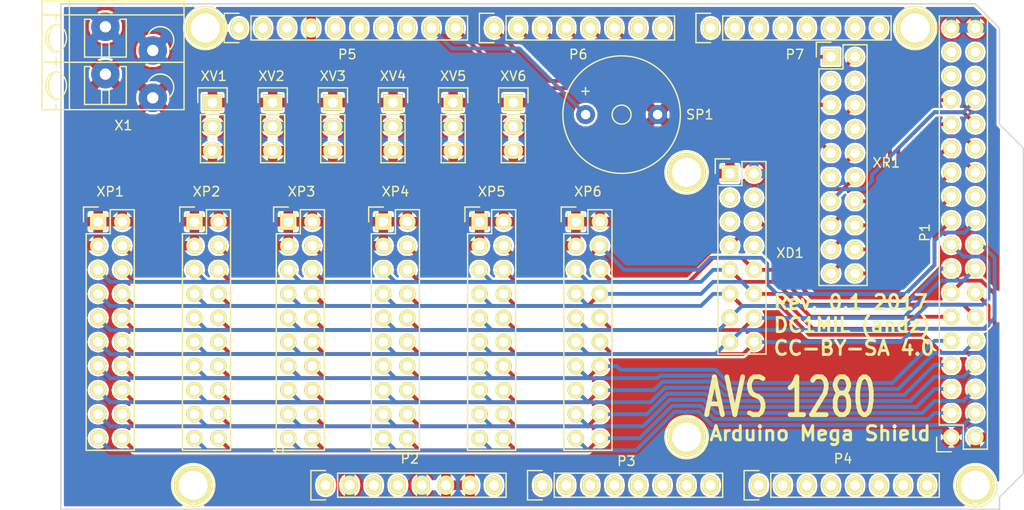
<source format=kicad_pcb>
(kicad_pcb (version 4) (host pcbnew 4.0.4+dfsg2-stable)
  (title_block (title "AVS 1280 Arduino Mega Shield") (date 2017-01-06) (rev 0.1) (company "DC1MIL (andz)") (comment 1 "Arduino Shield to connect the AEG AVS 1280 System") (comment 2 "CC-BY-SA 4.0"))
  (layers (0 F.Cu signal) (31 B.Cu signal) (34 B.Paste user) (35 F.Paste user) (36 B.SilkS user) (37 F.SilkS user) (38 B.Mask user) (39 F.Mask user) (44 Edge.Cuts user))
  (net 0 "")
  (net 1 GND)
  (net 2 +5V)
  (net 3 //G)
  (net 4 /P7)
  (net 5 /P6)
  (net 6 /P5)
  (net 7 /P4)
  (net 8 /P3)
  (net 9 /P2)
  (net 10 /P1)
  (net 11 /P0)
  (net 12 /AP7)
  (net 13 /AP6)
  (net 14 /AP5)
  (net 15 /AP4)
  (net 16 /AP3)
  (net 17 /AP2)
  (net 18 /AP1)
  (net 19 /AP0)
  (net 20 LD2)
  (net 21 LD1)
  (net 22 /TW0)
  (net 23 /TW1)
  (net 24 /TW2)
  (net 25 /TW3)
  (net 26 /TW4)
  (net 27 /TW5)
  (net 28 /TW6)
  (net 29 /TA0)
  (net 30 /TA1)
  (net 31 /TA2)
  (net 32 /TA3)
  (net 33 /TA4)
  (net 34 /TA5)
  (net 35 /TA6)
  (net 36 /TA7)
  (net 37 BUZZER)
  (module Socket_Arduino_Mega:Socket_Strip_Arduino_2x18 (layer F.Cu) (at 197.358 114.046 90)
    (fp_text reference P1 (at 21.59 -2.794 90) (layer F.SilkS))
    (fp_text value Digital hide)
    (pad 1 thru_hole circle (at 0 0 90) (size 1.7272 1.7272) (drill 1.016) (layers *.Cu *.Mask F.SilkS) (net 1 GND))
    (pad 2 thru_hole oval (at 0 2.54 90) (size 1.7272 1.7272) (drill 1.016) (layers *.Cu *.Mask F.SilkS) (net 1 GND))
    (pad 3 thru_hole oval (at 2.54 0 90) (size 1.7272 1.7272) (drill 1.016) (layers *.Cu *.Mask F.SilkS) (net 19 /AP0))
    (pad 4 thru_hole oval (at 2.54 2.54 90) (size 1.7272 1.7272) (drill 1.016) (layers *.Cu *.Mask F.SilkS) (net 18 /AP1))
    (pad 5 thru_hole oval (at 5.08 0 90) (size 1.7272 1.7272) (drill 1.016) (layers *.Cu *.Mask F.SilkS) (net 17 /AP2))
    (pad 6 thru_hole oval (at 5.08 2.54 90) (size 1.7272 1.7272) (drill 1.016) (layers *.Cu *.Mask F.SilkS) (net 16 /AP3))
    (pad 7 thru_hole oval (at 7.62 0 90) (size 1.7272 1.7272) (drill 1.016) (layers *.Cu *.Mask F.SilkS) (net 15 /AP4))
    (pad 8 thru_hole oval (at 7.62 2.54 90) (size 1.7272 1.7272) (drill 1.016) (layers *.Cu *.Mask F.SilkS) (net 14 /AP5))
    (pad 9 thru_hole oval (at 10.16 0 90) (size 1.7272 1.7272) (drill 1.016) (layers *.Cu *.Mask F.SilkS) (net 13 /AP6))
    (pad 10 thru_hole oval (at 10.16 2.54 90) (size 1.7272 1.7272) (drill 1.016) (layers *.Cu *.Mask F.SilkS) (net 12 /AP7))
    (pad 11 thru_hole oval (at 12.7 0 90) (size 1.7272 1.7272) (drill 1.016) (layers *.Cu *.Mask F.SilkS) (net 4 /P7))
    (pad 12 thru_hole oval (at 12.7 2.54 90) (size 1.7272 1.7272) (drill 1.016) (layers *.Cu *.Mask F.SilkS) (net 5 /P6))
    (pad 13 thru_hole oval (at 15.24 0 90) (size 1.7272 1.7272) (drill 1.016) (layers *.Cu *.Mask F.SilkS) (net 6 /P5))
    (pad 14 thru_hole oval (at 15.24 2.54 90) (size 1.7272 1.7272) (drill 1.016) (layers *.Cu *.Mask F.SilkS) (net 7 /P4))
    (pad 15 thru_hole oval (at 17.78 0 90) (size 1.7272 1.7272) (drill 1.016) (layers *.Cu *.Mask F.SilkS) (net 8 /P3))
    (pad 16 thru_hole oval (at 17.78 2.54 90) (size 1.7272 1.7272) (drill 1.016) (layers *.Cu *.Mask F.SilkS) (net 9 /P2))
    (pad 17 thru_hole oval (at 20.32 0 90) (size 1.7272 1.7272) (drill 1.016) (layers *.Cu *.Mask F.SilkS) (net 10 /P1))
    (pad 18 thru_hole oval (at 20.32 2.54 90) (size 1.7272 1.7272) (drill 1.016) (layers *.Cu *.Mask F.SilkS) (net 11 /P0))
    (pad 19 thru_hole oval (at 22.86 0 90) (size 1.7272 1.7272) (drill 1.016) (layers *.Cu *.Mask F.SilkS) (net 21 LD1))
    (pad 20 thru_hole oval (at 22.86 2.54 90) (size 1.7272 1.7272) (drill 1.016) (layers *.Cu *.Mask F.SilkS) (net 3 //G))
    (pad 21 thru_hole oval (at 25.4 0 90) (size 1.7272 1.7272) (drill 1.016) (layers *.Cu *.Mask F.SilkS) (net 20 LD2))
    (pad 22 thru_hole oval (at 25.4 2.54 90) (size 1.7272 1.7272) (drill 1.016) (layers *.Cu *.Mask F.SilkS))
    (pad 23 thru_hole oval (at 27.94 0 90) (size 1.7272 1.7272) (drill 1.016) (layers *.Cu *.Mask F.SilkS) (net 36 /TA7))
    (pad 24 thru_hole oval (at 27.94 2.54 90) (size 1.7272 1.7272) (drill 1.016) (layers *.Cu *.Mask F.SilkS) (net 35 /TA6))
    (pad 25 thru_hole oval (at 30.48 0 90) (size 1.7272 1.7272) (drill 1.016) (layers *.Cu *.Mask F.SilkS) (net 34 /TA5))
    (pad 26 thru_hole oval (at 30.48 2.54 90) (size 1.7272 1.7272) (drill 1.016) (layers *.Cu *.Mask F.SilkS) (net 33 /TA4))
    (pad 27 thru_hole oval (at 33.02 0 90) (size 1.7272 1.7272) (drill 1.016) (layers *.Cu *.Mask F.SilkS) (net 32 /TA3))
    (pad 28 thru_hole oval (at 33.02 2.54 90) (size 1.7272 1.7272) (drill 1.016) (layers *.Cu *.Mask F.SilkS) (net 31 /TA2))
    (pad 29 thru_hole oval (at 35.56 0 90) (size 1.7272 1.7272) (drill 1.016) (layers *.Cu *.Mask F.SilkS) (net 30 /TA1))
    (pad 30 thru_hole oval (at 35.56 2.54 90) (size 1.7272 1.7272) (drill 1.016) (layers *.Cu *.Mask F.SilkS) (net 29 /TA0))
    (pad 31 thru_hole oval (at 38.1 0 90) (size 1.7272 1.7272) (drill 1.016) (layers *.Cu *.Mask F.SilkS))
    (pad 32 thru_hole oval (at 38.1 2.54 90) (size 1.7272 1.7272) (drill 1.016) (layers *.Cu *.Mask F.SilkS))
    (pad 33 thru_hole oval (at 40.64 0 90) (size 1.7272 1.7272) (drill 1.016) (layers *.Cu *.Mask F.SilkS))
    (pad 34 thru_hole oval (at 40.64 2.54 90) (size 1.7272 1.7272) (drill 1.016) (layers *.Cu *.Mask F.SilkS))
    (pad 35 thru_hole oval (at 43.18 0 90) (size 1.7272 1.7272) (drill 1.016) (layers *.Cu *.Mask F.SilkS) (net 2 +5V))
    (pad 36 thru_hole oval (at 43.18 2.54 90) (size 1.7272 1.7272) (drill 1.016) (layers *.Cu *.Mask F.SilkS) (net 2 +5V))
  )
  (module Socket_Arduino_Mega:Socket_Strip_Arduino_1x08 (layer F.Cu) (at 131.318 119.126)
    (fp_text reference P2 (at 8.89 -2.794) (layer F.SilkS))
    (fp_text value Power hide)
    (pad 1 thru_hole oval (at 0 0) (size 1.7272 2.032) (drill 1.016) (layers *.Cu *.Mask F.SilkS))
    (pad 2 thru_hole oval (at 2.54 0) (size 1.7272 2.032) (drill 1.016) (layers *.Cu *.Mask F.SilkS) (net 2 +5V))
    (pad 3 thru_hole oval (at 5.08 0) (size 1.7272 2.032) (drill 1.016) (layers *.Cu *.Mask F.SilkS))
    (pad 4 thru_hole oval (at 7.62 0) (size 1.7272 2.032) (drill 1.016) (layers *.Cu *.Mask F.SilkS))
    (pad 5 thru_hole oval (at 10.16 0) (size 1.7272 2.032) (drill 1.016) (layers *.Cu *.Mask F.SilkS) (net 2 +5V))
    (pad 6 thru_hole oval (at 12.7 0) (size 1.7272 2.032) (drill 1.016) (layers *.Cu *.Mask F.SilkS) (net 1 GND))
    (pad 7 thru_hole oval (at 15.24 0) (size 1.7272 2.032) (drill 1.016) (layers *.Cu *.Mask F.SilkS) (net 1 GND))
    (pad 8 thru_hole oval (at 17.78 0) (size 1.7272 2.032) (drill 1.016) (layers *.Cu *.Mask F.SilkS))
  )
  (module Socket_Arduino_Mega:Socket_Strip_Arduino_1x08 (layer F.Cu) (at 154.178 119.126)
    (fp_text reference P3 (at 8.89 -2.54) (layer F.SilkS))
    (fp_text value Analog hide)
    (pad 1 thru_hole oval (at 0 0) (size 1.7272 2.032) (drill 1.016) (layers *.Cu *.Mask F.SilkS))
    (pad 2 thru_hole oval (at 2.54 0) (size 1.7272 2.032) (drill 1.016) (layers *.Cu *.Mask F.SilkS))
    (pad 3 thru_hole oval (at 5.08 0) (size 1.7272 2.032) (drill 1.016) (layers *.Cu *.Mask F.SilkS))
    (pad 4 thru_hole oval (at 7.62 0) (size 1.7272 2.032) (drill 1.016) (layers *.Cu *.Mask F.SilkS))
    (pad 5 thru_hole oval (at 10.16 0) (size 1.7272 2.032) (drill 1.016) (layers *.Cu *.Mask F.SilkS))
    (pad 6 thru_hole oval (at 12.7 0) (size 1.7272 2.032) (drill 1.016) (layers *.Cu *.Mask F.SilkS))
    (pad 7 thru_hole oval (at 15.24 0) (size 1.7272 2.032) (drill 1.016) (layers *.Cu *.Mask F.SilkS))
    (pad 8 thru_hole oval (at 17.78 0) (size 1.7272 2.032) (drill 1.016) (layers *.Cu *.Mask F.SilkS))
  )
  (module Socket_Arduino_Mega:Socket_Strip_Arduino_1x08 (layer F.Cu) (at 177.038 119.126)
    (fp_text reference P4 (at 8.89 -2.794) (layer F.SilkS))
    (fp_text value Analog hide)
    (pad 1 thru_hole oval (at 0 0) (size 1.7272 2.032) (drill 1.016) (layers *.Cu *.Mask F.SilkS))
    (pad 2 thru_hole oval (at 2.54 0) (size 1.7272 2.032) (drill 1.016) (layers *.Cu *.Mask F.SilkS))
    (pad 3 thru_hole oval (at 5.08 0) (size 1.7272 2.032) (drill 1.016) (layers *.Cu *.Mask F.SilkS))
    (pad 4 thru_hole oval (at 7.62 0) (size 1.7272 2.032) (drill 1.016) (layers *.Cu *.Mask F.SilkS))
    (pad 5 thru_hole oval (at 10.16 0) (size 1.7272 2.032) (drill 1.016) (layers *.Cu *.Mask F.SilkS))
    (pad 6 thru_hole oval (at 12.7 0) (size 1.7272 2.032) (drill 1.016) (layers *.Cu *.Mask F.SilkS))
    (pad 7 thru_hole oval (at 15.24 0) (size 1.7272 2.032) (drill 1.016) (layers *.Cu *.Mask F.SilkS))
    (pad 8 thru_hole oval (at 17.78 0) (size 1.7272 2.032) (drill 1.016) (layers *.Cu *.Mask F.SilkS))
  )
  (module Socket_Arduino_Mega:Socket_Strip_Arduino_1x10 (layer F.Cu) (at 122.174 70.866)
    (fp_text reference P5 (at 11.43 2.794) (layer F.SilkS))
    (fp_text value PWM hide)
    (pad 1 thru_hole oval (at 0 0) (size 1.7272 2.032) (drill 1.016) (layers *.Cu *.Mask F.SilkS))
    (pad 2 thru_hole oval (at 2.54 0) (size 1.7272 2.032) (drill 1.016) (layers *.Cu *.Mask F.SilkS))
    (pad 3 thru_hole oval (at 5.08 0) (size 1.7272 2.032) (drill 1.016) (layers *.Cu *.Mask F.SilkS))
    (pad 4 thru_hole oval (at 7.62 0) (size 1.7272 2.032) (drill 1.016) (layers *.Cu *.Mask F.SilkS) (net 1 GND))
    (pad 5 thru_hole oval (at 10.16 0) (size 1.7272 2.032) (drill 1.016) (layers *.Cu *.Mask F.SilkS))
    (pad 6 thru_hole oval (at 12.7 0) (size 1.7272 2.032) (drill 1.016) (layers *.Cu *.Mask F.SilkS))
    (pad 7 thru_hole oval (at 15.24 0) (size 1.7272 2.032) (drill 1.016) (layers *.Cu *.Mask F.SilkS))
    (pad 8 thru_hole oval (at 17.78 0) (size 1.7272 2.032) (drill 1.016) (layers *.Cu *.Mask F.SilkS))
    (pad 9 thru_hole oval (at 20.32 0) (size 1.7272 2.032) (drill 1.016) (layers *.Cu *.Mask F.SilkS) (net 37 BUZZER))
    (pad 10 thru_hole oval (at 22.86 0) (size 1.7272 2.032) (drill 1.016) (layers *.Cu *.Mask F.SilkS) (net 28 /TW6))
  )
  (module Socket_Arduino_Mega:Socket_Strip_Arduino_1x08 (layer F.Cu) (at 149.098 70.866)
    (fp_text reference P6 (at 8.89 2.794) (layer F.SilkS))
    (fp_text value PWM hide)
    (pad 1 thru_hole oval (at 0 0) (size 1.7272 2.032) (drill 1.016) (layers *.Cu *.Mask F.SilkS) (net 27 /TW5))
    (pad 2 thru_hole oval (at 2.54 0) (size 1.7272 2.032) (drill 1.016) (layers *.Cu *.Mask F.SilkS) (net 26 /TW4))
    (pad 3 thru_hole oval (at 5.08 0) (size 1.7272 2.032) (drill 1.016) (layers *.Cu *.Mask F.SilkS) (net 25 /TW3))
    (pad 4 thru_hole oval (at 7.62 0) (size 1.7272 2.032) (drill 1.016) (layers *.Cu *.Mask F.SilkS) (net 24 /TW2))
    (pad 5 thru_hole oval (at 10.16 0) (size 1.7272 2.032) (drill 1.016) (layers *.Cu *.Mask F.SilkS) (net 23 /TW1))
    (pad 6 thru_hole oval (at 12.7 0) (size 1.7272 2.032) (drill 1.016) (layers *.Cu *.Mask F.SilkS) (net 22 /TW0))
    (pad 7 thru_hole oval (at 15.24 0) (size 1.7272 2.032) (drill 1.016) (layers *.Cu *.Mask F.SilkS))
    (pad 8 thru_hole oval (at 17.78 0) (size 1.7272 2.032) (drill 1.016) (layers *.Cu *.Mask F.SilkS))
  )
  (module Socket_Arduino_Mega:Socket_Strip_Arduino_1x08 (layer F.Cu) (at 171.958 70.866)
    (fp_text reference P7 (at 8.89 2.794) (layer F.SilkS))
    (fp_text value Communication hide)
    (pad 1 thru_hole oval (at 0 0) (size 1.7272 2.032) (drill 1.016) (layers *.Cu *.Mask F.SilkS))
    (pad 2 thru_hole oval (at 2.54 0) (size 1.7272 2.032) (drill 1.016) (layers *.Cu *.Mask F.SilkS))
    (pad 3 thru_hole oval (at 5.08 0) (size 1.7272 2.032) (drill 1.016) (layers *.Cu *.Mask F.SilkS))
    (pad 4 thru_hole oval (at 7.62 0) (size 1.7272 2.032) (drill 1.016) (layers *.Cu *.Mask F.SilkS))
    (pad 5 thru_hole oval (at 10.16 0) (size 1.7272 2.032) (drill 1.016) (layers *.Cu *.Mask F.SilkS))
    (pad 6 thru_hole oval (at 12.7 0) (size 1.7272 2.032) (drill 1.016) (layers *.Cu *.Mask F.SilkS))
    (pad 7 thru_hole oval (at 15.24 0) (size 1.7272 2.032) (drill 1.016) (layers *.Cu *.Mask F.SilkS))
    (pad 8 thru_hole oval (at 17.78 0) (size 1.7272 2.032) (drill 1.016) (layers *.Cu *.Mask F.SilkS))
  )
  (module Socket_Arduino_Mega:Arduino_1pin (layer F.Cu) (at 117.348 119.126)
    (fp_text reference P8 hide)
    (fp_text value CONN_1 hide)
    (pad 1 thru_hole circle (at 0 0) (size 4.064 4.064) (drill 3.048) (layers *.Cu *.Mask F.SilkS))
  )
  (module Socket_Arduino_Mega:Arduino_1pin (layer F.Cu) (at 169.418 114.046)
    (fp_text reference P9 hide)
    (fp_text value CONN_1 hide)
    (pad 1 thru_hole circle (at 0 0) (size 4.064 4.064) (drill 3.048) (layers *.Cu *.Mask F.SilkS))
  )
  (module Socket_Arduino_Mega:Arduino_1pin (layer F.Cu) (at 199.898 119.126)
    (fp_text reference P10 hide)
    (fp_text value CONN_1 hide)
    (pad 1 thru_hole circle (at 0 0) (size 4.064 4.064) (drill 3.048) (layers *.Cu *.Mask F.SilkS))
  )
  (module Socket_Arduino_Mega:Arduino_1pin (layer F.Cu) (at 118.618 70.866)
    (fp_text reference P11 hide)
    (fp_text value CONN_1 hide)
    (pad 1 thru_hole circle (at 0 0) (size 4.064 4.064) (drill 3.048) (layers *.Cu *.Mask F.SilkS))
  )
  (module Socket_Arduino_Mega:Arduino_1pin (layer F.Cu) (at 169.418 86.106)
    (fp_text reference P12 hide)
    (fp_text value CONN_1 hide)
    (pad 1 thru_hole circle (at 0 0) (size 4.064 4.064) (drill 3.048) (layers *.Cu *.Mask F.SilkS))
  )
  (module Socket_Arduino_Mega:Arduino_1pin (layer F.Cu) (at 193.548 70.866)
    (fp_text reference P13 hide)
    (fp_text value CONN_1 hide)
    (pad 1 thru_hole circle (at 0 0) (size 4.064 4.064) (drill 3.048) (layers *.Cu *.Mask F.SilkS))
  )
  (module Pin_Headers:Pin_Header_Straight_2x08 (layer F.Cu) (at 173.99 86.233)
    (fp_text reference XD1 (at 6.35 8.382) (layer F.SilkS))
    (fp_text value CONN_02X08 hide)
    (pad 1 thru_hole rect (at 0 0) (size 1.7272 1.7272) (drill 1.016) (layers *.Cu *.Mask F.SilkS) (net 1 GND))
    (pad 2 thru_hole oval (at 2.54 0) (size 1.7272 1.7272) (drill 1.016) (layers *.Cu *.Mask F.SilkS) (net 2 +5V))
    (pad 3 thru_hole oval (at 0 2.54) (size 1.7272 1.7272) (drill 1.016) (layers *.Cu *.Mask F.SilkS))
    (pad 4 thru_hole oval (at 2.54 2.54) (size 1.7272 1.7272) (drill 1.016) (layers *.Cu *.Mask F.SilkS))
    (pad 5 thru_hole oval (at 0 5.08) (size 1.7272 1.7272) (drill 1.016) (layers *.Cu *.Mask F.SilkS))
    (pad 6 thru_hole oval (at 2.54 5.08) (size 1.7272 1.7272) (drill 1.016) (layers *.Cu *.Mask F.SilkS) (net 20 LD2))
    (pad 7 thru_hole oval (at 0 7.62) (size 1.7272 1.7272) (drill 1.016) (layers *.Cu *.Mask F.SilkS) (net 21 LD1))
    (pad 8 thru_hole oval (at 2.54 7.62) (size 1.7272 1.7272) (drill 1.016) (layers *.Cu *.Mask F.SilkS))
    (pad 9 thru_hole oval (at 0 10.16) (size 1.7272 1.7272) (drill 1.016) (layers *.Cu *.Mask F.SilkS) (net 4 /P7))
    (pad 10 thru_hole oval (at 2.54 10.16) (size 1.7272 1.7272) (drill 1.016) (layers *.Cu *.Mask F.SilkS) (net 5 /P6))
    (pad 11 thru_hole oval (at 0 12.7) (size 1.7272 1.7272) (drill 1.016) (layers *.Cu *.Mask F.SilkS) (net 6 /P5))
    (pad 12 thru_hole oval (at 2.54 12.7) (size 1.7272 1.7272) (drill 1.016) (layers *.Cu *.Mask F.SilkS) (net 7 /P4))
    (pad 13 thru_hole oval (at 0 15.24) (size 1.7272 1.7272) (drill 1.016) (layers *.Cu *.Mask F.SilkS) (net 8 /P3))
    (pad 14 thru_hole oval (at 2.54 15.24) (size 1.7272 1.7272) (drill 1.016) (layers *.Cu *.Mask F.SilkS) (net 9 /P2))
    (pad 15 thru_hole oval (at 0 17.78) (size 1.7272 1.7272) (drill 1.016) (layers *.Cu *.Mask F.SilkS) (net 10 /P1))
    (pad 16 thru_hole oval (at 2.54 17.78) (size 1.7272 1.7272) (drill 1.016) (layers *.Cu *.Mask F.SilkS) (net 11 /P0))
  )
  (module Pin_Headers:Pin_Header_Straight_2x10 (layer F.Cu) (at 107.315 91.313)
    (fp_text reference XP1 (at 1.27 -3.175) (layer F.SilkS))
    (fp_text value CONN_02X10 hide)
    (pad 1 thru_hole rect (at 0 0) (size 1.7272 1.7272) (drill 1.016) (layers *.Cu *.Mask F.SilkS) (net 1 GND))
    (pad 2 thru_hole oval (at 2.54 0) (size 1.7272 1.7272) (drill 1.016) (layers *.Cu *.Mask F.SilkS) (net 1 GND))
    (pad 3 thru_hole oval (at 0 2.54) (size 1.7272 1.7272) (drill 1.016) (layers *.Cu *.Mask F.SilkS) (net 1 GND))
    (pad 4 thru_hole oval (at 2.54 2.54) (size 1.7272 1.7272) (drill 1.016) (layers *.Cu *.Mask F.SilkS) (net 3 //G))
    (pad 5 thru_hole oval (at 0 5.08) (size 1.7272 1.7272) (drill 1.016) (layers *.Cu *.Mask F.SilkS) (net 4 /P7))
    (pad 6 thru_hole oval (at 2.54 5.08) (size 1.7272 1.7272) (drill 1.016) (layers *.Cu *.Mask F.SilkS) (net 5 /P6))
    (pad 7 thru_hole oval (at 0 7.62) (size 1.7272 1.7272) (drill 1.016) (layers *.Cu *.Mask F.SilkS) (net 6 /P5))
    (pad 8 thru_hole oval (at 2.54 7.62) (size 1.7272 1.7272) (drill 1.016) (layers *.Cu *.Mask F.SilkS) (net 7 /P4))
    (pad 9 thru_hole oval (at 0 10.16) (size 1.7272 1.7272) (drill 1.016) (layers *.Cu *.Mask F.SilkS) (net 8 /P3))
    (pad 10 thru_hole oval (at 2.54 10.16) (size 1.7272 1.7272) (drill 1.016) (layers *.Cu *.Mask F.SilkS) (net 9 /P2))
    (pad 11 thru_hole oval (at 0 12.7) (size 1.7272 1.7272) (drill 1.016) (layers *.Cu *.Mask F.SilkS) (net 10 /P1))
    (pad 12 thru_hole oval (at 2.54 12.7) (size 1.7272 1.7272) (drill 1.016) (layers *.Cu *.Mask F.SilkS) (net 11 /P0))
    (pad 13 thru_hole oval (at 0 15.24) (size 1.7272 1.7272) (drill 1.016) (layers *.Cu *.Mask F.SilkS) (net 12 /AP7))
    (pad 14 thru_hole oval (at 2.54 15.24) (size 1.7272 1.7272) (drill 1.016) (layers *.Cu *.Mask F.SilkS) (net 13 /AP6))
    (pad 15 thru_hole oval (at 0 17.78) (size 1.7272 1.7272) (drill 1.016) (layers *.Cu *.Mask F.SilkS) (net 14 /AP5))
    (pad 16 thru_hole oval (at 2.54 17.78) (size 1.7272 1.7272) (drill 1.016) (layers *.Cu *.Mask F.SilkS) (net 15 /AP4))
    (pad 17 thru_hole oval (at 0 20.32) (size 1.7272 1.7272) (drill 1.016) (layers *.Cu *.Mask F.SilkS) (net 16 /AP3))
    (pad 18 thru_hole oval (at 2.54 20.32) (size 1.7272 1.7272) (drill 1.016) (layers *.Cu *.Mask F.SilkS) (net 17 /AP2))
    (pad 19 thru_hole oval (at 0 22.86) (size 1.7272 1.7272) (drill 1.016) (layers *.Cu *.Mask F.SilkS) (net 18 /AP1))
    (pad 20 thru_hole oval (at 2.54 22.86) (size 1.7272 1.7272) (drill 1.016) (layers *.Cu *.Mask F.SilkS) (net 19 /AP0))
  )
  (module Pin_Headers:Pin_Header_Straight_2x10 (layer F.Cu) (at 117.475 91.313)
    (fp_text reference XP2 (at 1.27 -3.175) (layer F.SilkS))
    (fp_text value CONN_02X10 hide)
    (pad 1 thru_hole rect (at 0 0) (size 1.7272 1.7272) (drill 1.016) (layers *.Cu *.Mask F.SilkS) (net 1 GND))
    (pad 2 thru_hole oval (at 2.54 0) (size 1.7272 1.7272) (drill 1.016) (layers *.Cu *.Mask F.SilkS) (net 1 GND))
    (pad 3 thru_hole oval (at 0 2.54) (size 1.7272 1.7272) (drill 1.016) (layers *.Cu *.Mask F.SilkS) (net 1 GND))
    (pad 4 thru_hole oval (at 2.54 2.54) (size 1.7272 1.7272) (drill 1.016) (layers *.Cu *.Mask F.SilkS) (net 3 //G))
    (pad 5 thru_hole oval (at 0 5.08) (size 1.7272 1.7272) (drill 1.016) (layers *.Cu *.Mask F.SilkS) (net 4 /P7))
    (pad 6 thru_hole oval (at 2.54 5.08) (size 1.7272 1.7272) (drill 1.016) (layers *.Cu *.Mask F.SilkS) (net 5 /P6))
    (pad 7 thru_hole oval (at 0 7.62) (size 1.7272 1.7272) (drill 1.016) (layers *.Cu *.Mask F.SilkS) (net 6 /P5))
    (pad 8 thru_hole oval (at 2.54 7.62) (size 1.7272 1.7272) (drill 1.016) (layers *.Cu *.Mask F.SilkS) (net 7 /P4))
    (pad 9 thru_hole oval (at 0 10.16) (size 1.7272 1.7272) (drill 1.016) (layers *.Cu *.Mask F.SilkS) (net 8 /P3))
    (pad 10 thru_hole oval (at 2.54 10.16) (size 1.7272 1.7272) (drill 1.016) (layers *.Cu *.Mask F.SilkS) (net 9 /P2))
    (pad 11 thru_hole oval (at 0 12.7) (size 1.7272 1.7272) (drill 1.016) (layers *.Cu *.Mask F.SilkS) (net 10 /P1))
    (pad 12 thru_hole oval (at 2.54 12.7) (size 1.7272 1.7272) (drill 1.016) (layers *.Cu *.Mask F.SilkS) (net 11 /P0))
    (pad 13 thru_hole oval (at 0 15.24) (size 1.7272 1.7272) (drill 1.016) (layers *.Cu *.Mask F.SilkS) (net 12 /AP7))
    (pad 14 thru_hole oval (at 2.54 15.24) (size 1.7272 1.7272) (drill 1.016) (layers *.Cu *.Mask F.SilkS) (net 13 /AP6))
    (pad 15 thru_hole oval (at 0 17.78) (size 1.7272 1.7272) (drill 1.016) (layers *.Cu *.Mask F.SilkS) (net 14 /AP5))
    (pad 16 thru_hole oval (at 2.54 17.78) (size 1.7272 1.7272) (drill 1.016) (layers *.Cu *.Mask F.SilkS) (net 15 /AP4))
    (pad 17 thru_hole oval (at 0 20.32) (size 1.7272 1.7272) (drill 1.016) (layers *.Cu *.Mask F.SilkS) (net 16 /AP3))
    (pad 18 thru_hole oval (at 2.54 20.32) (size 1.7272 1.7272) (drill 1.016) (layers *.Cu *.Mask F.SilkS) (net 17 /AP2))
    (pad 19 thru_hole oval (at 0 22.86) (size 1.7272 1.7272) (drill 1.016) (layers *.Cu *.Mask F.SilkS) (net 18 /AP1))
    (pad 20 thru_hole oval (at 2.54 22.86) (size 1.7272 1.7272) (drill 1.016) (layers *.Cu *.Mask F.SilkS) (net 19 /AP0))
  )
  (module Pin_Headers:Pin_Header_Straight_2x10 (layer F.Cu) (at 127.381 91.313)
    (fp_text reference XP3 (at 1.397 -3.175) (layer F.SilkS))
    (fp_text value CONN_02X10 hide)
    (pad 1 thru_hole rect (at 0 0) (size 1.7272 1.7272) (drill 1.016) (layers *.Cu *.Mask F.SilkS) (net 1 GND))
    (pad 2 thru_hole oval (at 2.54 0) (size 1.7272 1.7272) (drill 1.016) (layers *.Cu *.Mask F.SilkS) (net 1 GND))
    (pad 3 thru_hole oval (at 0 2.54) (size 1.7272 1.7272) (drill 1.016) (layers *.Cu *.Mask F.SilkS) (net 1 GND))
    (pad 4 thru_hole oval (at 2.54 2.54) (size 1.7272 1.7272) (drill 1.016) (layers *.Cu *.Mask F.SilkS) (net 3 //G))
    (pad 5 thru_hole oval (at 0 5.08) (size 1.7272 1.7272) (drill 1.016) (layers *.Cu *.Mask F.SilkS) (net 4 /P7))
    (pad 6 thru_hole oval (at 2.54 5.08) (size 1.7272 1.7272) (drill 1.016) (layers *.Cu *.Mask F.SilkS) (net 5 /P6))
    (pad 7 thru_hole oval (at 0 7.62) (size 1.7272 1.7272) (drill 1.016) (layers *.Cu *.Mask F.SilkS) (net 6 /P5))
    (pad 8 thru_hole oval (at 2.54 7.62) (size 1.7272 1.7272) (drill 1.016) (layers *.Cu *.Mask F.SilkS) (net 7 /P4))
    (pad 9 thru_hole oval (at 0 10.16) (size 1.7272 1.7272) (drill 1.016) (layers *.Cu *.Mask F.SilkS) (net 8 /P3))
    (pad 10 thru_hole oval (at 2.54 10.16) (size 1.7272 1.7272) (drill 1.016) (layers *.Cu *.Mask F.SilkS) (net 9 /P2))
    (pad 11 thru_hole oval (at 0 12.7) (size 1.7272 1.7272) (drill 1.016) (layers *.Cu *.Mask F.SilkS) (net 10 /P1))
    (pad 12 thru_hole oval (at 2.54 12.7) (size 1.7272 1.7272) (drill 1.016) (layers *.Cu *.Mask F.SilkS) (net 11 /P0))
    (pad 13 thru_hole oval (at 0 15.24) (size 1.7272 1.7272) (drill 1.016) (layers *.Cu *.Mask F.SilkS) (net 12 /AP7))
    (pad 14 thru_hole oval (at 2.54 15.24) (size 1.7272 1.7272) (drill 1.016) (layers *.Cu *.Mask F.SilkS) (net 13 /AP6))
    (pad 15 thru_hole oval (at 0 17.78) (size 1.7272 1.7272) (drill 1.016) (layers *.Cu *.Mask F.SilkS) (net 14 /AP5))
    (pad 16 thru_hole oval (at 2.54 17.78) (size 1.7272 1.7272) (drill 1.016) (layers *.Cu *.Mask F.SilkS) (net 15 /AP4))
    (pad 17 thru_hole oval (at 0 20.32) (size 1.7272 1.7272) (drill 1.016) (layers *.Cu *.Mask F.SilkS) (net 16 /AP3))
    (pad 18 thru_hole oval (at 2.54 20.32) (size 1.7272 1.7272) (drill 1.016) (layers *.Cu *.Mask F.SilkS) (net 17 /AP2))
    (pad 19 thru_hole oval (at 0 22.86) (size 1.7272 1.7272) (drill 1.016) (layers *.Cu *.Mask F.SilkS) (net 18 /AP1))
    (pad 20 thru_hole oval (at 2.54 22.86) (size 1.7272 1.7272) (drill 1.016) (layers *.Cu *.Mask F.SilkS) (net 19 /AP0))
  )
  (module Pin_Headers:Pin_Header_Straight_2x10 (layer F.Cu) (at 137.414 91.313)
    (fp_text reference XP4 (at 1.27 -3.175) (layer F.SilkS))
    (fp_text value CONN_02X10 hide)
    (pad 1 thru_hole rect (at 0 0) (size 1.7272 1.7272) (drill 1.016) (layers *.Cu *.Mask F.SilkS) (net 1 GND))
    (pad 2 thru_hole oval (at 2.54 0) (size 1.7272 1.7272) (drill 1.016) (layers *.Cu *.Mask F.SilkS) (net 1 GND))
    (pad 3 thru_hole oval (at 0 2.54) (size 1.7272 1.7272) (drill 1.016) (layers *.Cu *.Mask F.SilkS) (net 1 GND))
    (pad 4 thru_hole oval (at 2.54 2.54) (size 1.7272 1.7272) (drill 1.016) (layers *.Cu *.Mask F.SilkS) (net 3 //G))
    (pad 5 thru_hole oval (at 0 5.08) (size 1.7272 1.7272) (drill 1.016) (layers *.Cu *.Mask F.SilkS) (net 4 /P7))
    (pad 6 thru_hole oval (at 2.54 5.08) (size 1.7272 1.7272) (drill 1.016) (layers *.Cu *.Mask F.SilkS) (net 5 /P6))
    (pad 7 thru_hole oval (at 0 7.62) (size 1.7272 1.7272) (drill 1.016) (layers *.Cu *.Mask F.SilkS) (net 6 /P5))
    (pad 8 thru_hole oval (at 2.54 7.62) (size 1.7272 1.7272) (drill 1.016) (layers *.Cu *.Mask F.SilkS) (net 7 /P4))
    (pad 9 thru_hole oval (at 0 10.16) (size 1.7272 1.7272) (drill 1.016) (layers *.Cu *.Mask F.SilkS) (net 8 /P3))
    (pad 10 thru_hole oval (at 2.54 10.16) (size 1.7272 1.7272) (drill 1.016) (layers *.Cu *.Mask F.SilkS) (net 9 /P2))
    (pad 11 thru_hole oval (at 0 12.7) (size 1.7272 1.7272) (drill 1.016) (layers *.Cu *.Mask F.SilkS) (net 10 /P1))
    (pad 12 thru_hole oval (at 2.54 12.7) (size 1.7272 1.7272) (drill 1.016) (layers *.Cu *.Mask F.SilkS) (net 11 /P0))
    (pad 13 thru_hole oval (at 0 15.24) (size 1.7272 1.7272) (drill 1.016) (layers *.Cu *.Mask F.SilkS) (net 12 /AP7))
    (pad 14 thru_hole oval (at 2.54 15.24) (size 1.7272 1.7272) (drill 1.016) (layers *.Cu *.Mask F.SilkS) (net 13 /AP6))
    (pad 15 thru_hole oval (at 0 17.78) (size 1.7272 1.7272) (drill 1.016) (layers *.Cu *.Mask F.SilkS) (net 14 /AP5))
    (pad 16 thru_hole oval (at 2.54 17.78) (size 1.7272 1.7272) (drill 1.016) (layers *.Cu *.Mask F.SilkS) (net 15 /AP4))
    (pad 17 thru_hole oval (at 0 20.32) (size 1.7272 1.7272) (drill 1.016) (layers *.Cu *.Mask F.SilkS) (net 16 /AP3))
    (pad 18 thru_hole oval (at 2.54 20.32) (size 1.7272 1.7272) (drill 1.016) (layers *.Cu *.Mask F.SilkS) (net 17 /AP2))
    (pad 19 thru_hole oval (at 0 22.86) (size 1.7272 1.7272) (drill 1.016) (layers *.Cu *.Mask F.SilkS) (net 18 /AP1))
    (pad 20 thru_hole oval (at 2.54 22.86) (size 1.7272 1.7272) (drill 1.016) (layers *.Cu *.Mask F.SilkS) (net 19 /AP0))
  )
  (module Pin_Headers:Pin_Header_Straight_2x10 (layer F.Cu) (at 147.574 91.313)
    (fp_text reference XP5 (at 1.27 -3.175) (layer F.SilkS))
    (fp_text value CONN_02X10 hide)
    (pad 1 thru_hole rect (at 0 0) (size 1.7272 1.7272) (drill 1.016) (layers *.Cu *.Mask F.SilkS) (net 1 GND))
    (pad 2 thru_hole oval (at 2.54 0) (size 1.7272 1.7272) (drill 1.016) (layers *.Cu *.Mask F.SilkS) (net 1 GND))
    (pad 3 thru_hole oval (at 0 2.54) (size 1.7272 1.7272) (drill 1.016) (layers *.Cu *.Mask F.SilkS) (net 1 GND))
    (pad 4 thru_hole oval (at 2.54 2.54) (size 1.7272 1.7272) (drill 1.016) (layers *.Cu *.Mask F.SilkS) (net 3 //G))
    (pad 5 thru_hole oval (at 0 5.08) (size 1.7272 1.7272) (drill 1.016) (layers *.Cu *.Mask F.SilkS) (net 4 /P7))
    (pad 6 thru_hole oval (at 2.54 5.08) (size 1.7272 1.7272) (drill 1.016) (layers *.Cu *.Mask F.SilkS) (net 5 /P6))
    (pad 7 thru_hole oval (at 0 7.62) (size 1.7272 1.7272) (drill 1.016) (layers *.Cu *.Mask F.SilkS) (net 6 /P5))
    (pad 8 thru_hole oval (at 2.54 7.62) (size 1.7272 1.7272) (drill 1.016) (layers *.Cu *.Mask F.SilkS) (net 7 /P4))
    (pad 9 thru_hole oval (at 0 10.16) (size 1.7272 1.7272) (drill 1.016) (layers *.Cu *.Mask F.SilkS) (net 8 /P3))
    (pad 10 thru_hole oval (at 2.54 10.16) (size 1.7272 1.7272) (drill 1.016) (layers *.Cu *.Mask F.SilkS) (net 9 /P2))
    (pad 11 thru_hole oval (at 0 12.7) (size 1.7272 1.7272) (drill 1.016) (layers *.Cu *.Mask F.SilkS) (net 10 /P1))
    (pad 12 thru_hole oval (at 2.54 12.7) (size 1.7272 1.7272) (drill 1.016) (layers *.Cu *.Mask F.SilkS) (net 11 /P0))
    (pad 13 thru_hole oval (at 0 15.24) (size 1.7272 1.7272) (drill 1.016) (layers *.Cu *.Mask F.SilkS) (net 12 /AP7))
    (pad 14 thru_hole oval (at 2.54 15.24) (size 1.7272 1.7272) (drill 1.016) (layers *.Cu *.Mask F.SilkS) (net 13 /AP6))
    (pad 15 thru_hole oval (at 0 17.78) (size 1.7272 1.7272) (drill 1.016) (layers *.Cu *.Mask F.SilkS) (net 14 /AP5))
    (pad 16 thru_hole oval (at 2.54 17.78) (size 1.7272 1.7272) (drill 1.016) (layers *.Cu *.Mask F.SilkS) (net 15 /AP4))
    (pad 17 thru_hole oval (at 0 20.32) (size 1.7272 1.7272) (drill 1.016) (layers *.Cu *.Mask F.SilkS) (net 16 /AP3))
    (pad 18 thru_hole oval (at 2.54 20.32) (size 1.7272 1.7272) (drill 1.016) (layers *.Cu *.Mask F.SilkS) (net 17 /AP2))
    (pad 19 thru_hole oval (at 0 22.86) (size 1.7272 1.7272) (drill 1.016) (layers *.Cu *.Mask F.SilkS) (net 18 /AP1))
    (pad 20 thru_hole oval (at 2.54 22.86) (size 1.7272 1.7272) (drill 1.016) (layers *.Cu *.Mask F.SilkS) (net 19 /AP0))
  )
  (module Pin_Headers:Pin_Header_Straight_2x10 (layer F.Cu) (at 157.734 91.313)
    (fp_text reference XP6 (at 1.27 -3.175) (layer F.SilkS))
    (fp_text value CONN_02X10 hide)
    (pad 1 thru_hole rect (at 0 0) (size 1.7272 1.7272) (drill 1.016) (layers *.Cu *.Mask F.SilkS) (net 1 GND))
    (pad 2 thru_hole oval (at 2.54 0) (size 1.7272 1.7272) (drill 1.016) (layers *.Cu *.Mask F.SilkS) (net 1 GND))
    (pad 3 thru_hole oval (at 0 2.54) (size 1.7272 1.7272) (drill 1.016) (layers *.Cu *.Mask F.SilkS) (net 1 GND))
    (pad 4 thru_hole oval (at 2.54 2.54) (size 1.7272 1.7272) (drill 1.016) (layers *.Cu *.Mask F.SilkS) (net 3 //G))
    (pad 5 thru_hole oval (at 0 5.08) (size 1.7272 1.7272) (drill 1.016) (layers *.Cu *.Mask F.SilkS) (net 4 /P7))
    (pad 6 thru_hole oval (at 2.54 5.08) (size 1.7272 1.7272) (drill 1.016) (layers *.Cu *.Mask F.SilkS) (net 5 /P6))
    (pad 7 thru_hole oval (at 0 7.62) (size 1.7272 1.7272) (drill 1.016) (layers *.Cu *.Mask F.SilkS) (net 6 /P5))
    (pad 8 thru_hole oval (at 2.54 7.62) (size 1.7272 1.7272) (drill 1.016) (layers *.Cu *.Mask F.SilkS) (net 7 /P4))
    (pad 9 thru_hole oval (at 0 10.16) (size 1.7272 1.7272) (drill 1.016) (layers *.Cu *.Mask F.SilkS) (net 8 /P3))
    (pad 10 thru_hole oval (at 2.54 10.16) (size 1.7272 1.7272) (drill 1.016) (layers *.Cu *.Mask F.SilkS) (net 9 /P2))
    (pad 11 thru_hole oval (at 0 12.7) (size 1.7272 1.7272) (drill 1.016) (layers *.Cu *.Mask F.SilkS) (net 10 /P1))
    (pad 12 thru_hole oval (at 2.54 12.7) (size 1.7272 1.7272) (drill 1.016) (layers *.Cu *.Mask F.SilkS) (net 11 /P0))
    (pad 13 thru_hole oval (at 0 15.24) (size 1.7272 1.7272) (drill 1.016) (layers *.Cu *.Mask F.SilkS) (net 12 /AP7))
    (pad 14 thru_hole oval (at 2.54 15.24) (size 1.7272 1.7272) (drill 1.016) (layers *.Cu *.Mask F.SilkS) (net 13 /AP6))
    (pad 15 thru_hole oval (at 0 17.78) (size 1.7272 1.7272) (drill 1.016) (layers *.Cu *.Mask F.SilkS) (net 14 /AP5))
    (pad 16 thru_hole oval (at 2.54 17.78) (size 1.7272 1.7272) (drill 1.016) (layers *.Cu *.Mask F.SilkS) (net 15 /AP4))
    (pad 17 thru_hole oval (at 0 20.32) (size 1.7272 1.7272) (drill 1.016) (layers *.Cu *.Mask F.SilkS) (net 16 /AP3))
    (pad 18 thru_hole oval (at 2.54 20.32) (size 1.7272 1.7272) (drill 1.016) (layers *.Cu *.Mask F.SilkS) (net 17 /AP2))
    (pad 19 thru_hole oval (at 0 22.86) (size 1.7272 1.7272) (drill 1.016) (layers *.Cu *.Mask F.SilkS) (net 18 /AP1))
    (pad 20 thru_hole oval (at 2.54 22.86) (size 1.7272 1.7272) (drill 1.016) (layers *.Cu *.Mask F.SilkS) (net 19 /AP0))
  )
  (module Pin_Headers:Pin_Header_Straight_2x10 (layer F.Cu) (at 184.658 73.914)
    (fp_text reference XR1 (at 5.842 11.176) (layer F.SilkS))
    (fp_text value CONN_02X10 hide)
    (pad 1 thru_hole rect (at 0 0) (size 1.7272 1.7272) (drill 1.016) (layers *.Cu *.Mask F.SilkS) (net 22 /TW0))
    (pad 2 thru_hole oval (at 2.54 0) (size 1.7272 1.7272) (drill 1.016) (layers *.Cu *.Mask F.SilkS) (net 23 /TW1))
    (pad 3 thru_hole oval (at 0 2.54) (size 1.7272 1.7272) (drill 1.016) (layers *.Cu *.Mask F.SilkS))
    (pad 4 thru_hole oval (at 2.54 2.54) (size 1.7272 1.7272) (drill 1.016) (layers *.Cu *.Mask F.SilkS))
    (pad 5 thru_hole oval (at 0 5.08) (size 1.7272 1.7272) (drill 1.016) (layers *.Cu *.Mask F.SilkS) (net 24 /TW2))
    (pad 6 thru_hole oval (at 2.54 5.08) (size 1.7272 1.7272) (drill 1.016) (layers *.Cu *.Mask F.SilkS) (net 25 /TW3))
    (pad 7 thru_hole oval (at 0 7.62) (size 1.7272 1.7272) (drill 1.016) (layers *.Cu *.Mask F.SilkS))
    (pad 8 thru_hole oval (at 2.54 7.62) (size 1.7272 1.7272) (drill 1.016) (layers *.Cu *.Mask F.SilkS))
    (pad 9 thru_hole oval (at 0 10.16) (size 1.7272 1.7272) (drill 1.016) (layers *.Cu *.Mask F.SilkS) (net 26 /TW4))
    (pad 10 thru_hole oval (at 2.54 10.16) (size 1.7272 1.7272) (drill 1.016) (layers *.Cu *.Mask F.SilkS) (net 27 /TW5))
    (pad 11 thru_hole oval (at 0 12.7) (size 1.7272 1.7272) (drill 1.016) (layers *.Cu *.Mask F.SilkS))
    (pad 12 thru_hole oval (at 2.54 12.7) (size 1.7272 1.7272) (drill 1.016) (layers *.Cu *.Mask F.SilkS) (net 28 /TW6))
    (pad 13 thru_hole oval (at 0 15.24) (size 1.7272 1.7272) (drill 1.016) (layers *.Cu *.Mask F.SilkS) (net 29 /TA0))
    (pad 14 thru_hole oval (at 2.54 15.24) (size 1.7272 1.7272) (drill 1.016) (layers *.Cu *.Mask F.SilkS) (net 30 /TA1))
    (pad 15 thru_hole oval (at 0 17.78) (size 1.7272 1.7272) (drill 1.016) (layers *.Cu *.Mask F.SilkS) (net 31 /TA2))
    (pad 16 thru_hole oval (at 2.54 17.78) (size 1.7272 1.7272) (drill 1.016) (layers *.Cu *.Mask F.SilkS) (net 32 /TA3))
    (pad 17 thru_hole oval (at 0 20.32) (size 1.7272 1.7272) (drill 1.016) (layers *.Cu *.Mask F.SilkS) (net 33 /TA4))
    (pad 18 thru_hole oval (at 2.54 20.32) (size 1.7272 1.7272) (drill 1.016) (layers *.Cu *.Mask F.SilkS) (net 34 /TA5))
    (pad 19 thru_hole oval (at 0 22.86) (size 1.7272 1.7272) (drill 1.016) (layers *.Cu *.Mask F.SilkS) (net 35 /TA6))
    (pad 20 thru_hole oval (at 2.54 22.86) (size 1.7272 1.7272) (drill 1.016) (layers *.Cu *.Mask F.SilkS) (net 36 /TA7))
  )
  (module Pin_Headers:Pin_Header_Straight_1x03 (layer F.Cu) (at 119.38 78.74)
    (fp_text reference XV1 (at 0.127 -2.794) (layer F.SilkS))
    (fp_text value CONN_01X03 hide)
    (pad 1 thru_hole rect (at 0 0) (size 2.032 1.7272) (drill 1.016) (layers *.Cu *.Mask F.SilkS) (net 1 GND))
    (pad 2 thru_hole oval (at 0 2.54) (size 2.032 1.7272) (drill 1.016) (layers *.Cu *.Mask F.SilkS) (net 2 +5V))
    (pad 3 thru_hole oval (at 0 5.08) (size 2.032 1.7272) (drill 1.016) (layers *.Cu *.Mask F.SilkS) (net 1 GND))
  )
  (module Pin_Headers:Pin_Header_Straight_1x03 (layer F.Cu) (at 125.73 78.74)
    (fp_text reference XV2 (at -0.127 -2.794) (layer F.SilkS))
    (fp_text value CONN_01X03 hide)
    (pad 1 thru_hole rect (at 0 0) (size 2.032 1.7272) (drill 1.016) (layers *.Cu *.Mask F.SilkS) (net 1 GND))
    (pad 2 thru_hole oval (at 0 2.54) (size 2.032 1.7272) (drill 1.016) (layers *.Cu *.Mask F.SilkS) (net 2 +5V))
    (pad 3 thru_hole oval (at 0 5.08) (size 2.032 1.7272) (drill 1.016) (layers *.Cu *.Mask F.SilkS) (net 1 GND))
  )
  (module Pin_Headers:Pin_Header_Straight_1x03 (layer F.Cu) (at 132.08 78.74)
    (fp_text reference XV3 (at 0 -2.794) (layer F.SilkS))
    (fp_text value CONN_01X03 hide)
    (pad 1 thru_hole rect (at 0 0) (size 2.032 1.7272) (drill 1.016) (layers *.Cu *.Mask F.SilkS) (net 1 GND))
    (pad 2 thru_hole oval (at 0 2.54) (size 2.032 1.7272) (drill 1.016) (layers *.Cu *.Mask F.SilkS) (net 2 +5V))
    (pad 3 thru_hole oval (at 0 5.08) (size 2.032 1.7272) (drill 1.016) (layers *.Cu *.Mask F.SilkS) (net 1 GND))
  )
  (module Pin_Headers:Pin_Header_Straight_1x03 (layer F.Cu) (at 138.43 78.74)
    (fp_text reference XV4 (at 0 -2.794) (layer F.SilkS))
    (fp_text value CONN_01X03 hide)
    (pad 1 thru_hole rect (at 0 0) (size 2.032 1.7272) (drill 1.016) (layers *.Cu *.Mask F.SilkS) (net 1 GND))
    (pad 2 thru_hole oval (at 0 2.54) (size 2.032 1.7272) (drill 1.016) (layers *.Cu *.Mask F.SilkS) (net 2 +5V))
    (pad 3 thru_hole oval (at 0 5.08) (size 2.032 1.7272) (drill 1.016) (layers *.Cu *.Mask F.SilkS) (net 1 GND))
  )
  (module Pin_Headers:Pin_Header_Straight_1x03 (layer F.Cu) (at 144.78 78.74)
    (fp_text reference XV5 (at 0 -2.794) (layer F.SilkS))
    (fp_text value CONN_01X03 hide)
    (pad 1 thru_hole rect (at 0 0) (size 2.032 1.7272) (drill 1.016) (layers *.Cu *.Mask F.SilkS) (net 1 GND))
    (pad 2 thru_hole oval (at 0 2.54) (size 2.032 1.7272) (drill 1.016) (layers *.Cu *.Mask F.SilkS) (net 2 +5V))
    (pad 3 thru_hole oval (at 0 5.08) (size 2.032 1.7272) (drill 1.016) (layers *.Cu *.Mask F.SilkS) (net 1 GND))
  )
  (module Pin_Headers:Pin_Header_Straight_1x03 (layer F.Cu) (at 151.13 78.74)
    (fp_text reference XV6 (at 0 -2.794) (layer F.SilkS))
    (fp_text value CONN_01X03 hide)
    (pad 1 thru_hole rect (at 0 0) (size 2.032 1.7272) (drill 1.016) (layers *.Cu *.Mask F.SilkS) (net 1 GND))
    (pad 2 thru_hole oval (at 0 2.54) (size 2.032 1.7272) (drill 1.016) (layers *.Cu *.Mask F.SilkS) (net 2 +5V))
    (pad 3 thru_hole oval (at 0 5.08) (size 2.032 1.7272) (drill 1.016) (layers *.Cu *.Mask F.SilkS) (net 1 GND))
  )
  (module Terminal_Blocks:TerminalBlock_WAGO-804_RM5mm_2pol (layer F.Cu) (at 108.077 70.739 270)
    (fp_text reference X1 (at 10.414 -1.905 360) (layer F.SilkS))
    (fp_text value CONN_01X02 hide)
    (pad 2 thru_hole circle (at 7.49936 -5.00126 270) (size 3 3) (drill 1.2) (layers *.Cu *.Mask) (net 1 GND))
    (pad 2 thru_hole circle (at 5 0 270) (size 3 3) (drill 1.2) (layers *.Cu *.Mask) (net 1 GND))
    (pad 1 thru_hole circle (at 0 0 270) (size 3 3) (drill 1.2) (layers *.Cu *.Mask) (net 2 +5V))
    (pad 1 thru_hole circle (at 2.49936 -5.00126 270) (size 3 3) (drill 1.2) (layers *.Cu *.Mask) (net 2 +5V))
  )
  (module Buzzers_Beepers:Buzzer_12x9.5RM7.6 (layer F.Cu) (at 162.56 80.01)
    (fp_text reference SP1 (at 8.255 0) (layer F.SilkS))
    (fp_text value SPEAKER hide)
    (fp_text user + (at -3.81 -2.54) (layer F.SilkS))
    (pad 1 thru_hole circle (at -3.79984 0) (size 2 2) (drill 1.00076) (layers *.Cu *.Mask) (net 37 BUZZER))
    (pad 2 thru_hole circle (at 3.79984 0) (size 2 2) (drill 1.00076) (layers *.Cu *.Mask) (net 1 GND))
  )
  (gr_text - (at 116.967 78.232) (layer F.Cu) (effects (font (size 1.5 1.5) (thickness 0.3))))
  (gr_text + (at 116.967 73.787) (layer F.Cu) (effects (font (size 1.5 1.5) (thickness 0.3))))
  (gr_text "-\n+\n-\n" (at 147.955 81.28) (layer F.Cu) (effects (font (size 1.5 1.5) (thickness 0.3))))
  (gr_text "-\n+\n-\n" (at 135.255 81.28) (layer F.Cu) (effects (font (size 1.5 1.5) (thickness 0.3))))
  (gr_text "-\n+\n-\n" (at 122.555 81.28) (layer F.Cu) (effects (font (size 1.5 1.5) (thickness 0.3))))
  (gr_text "Rev. 0.1 2017\nDC1MIL (andz)\nCC-BY-SA 4.0" (at 178.435 102.235) (layer F.SilkS) (effects (font (size 1.5 1.5) (thickness 0.3)) (justify left)))
  (gr_text "Arduino Mega Shield" (at 183.515 113.665) (layer F.SilkS) (effects (font (size 1.5 1.5) (thickness 0.3))))
  (gr_text "AVS 1280" (at 180.34 109.855) (layer F.SilkS) (effects (font (size 4 2.5) (thickness 0.5))))
  (gr_text 1 (at 126.365 115.443 90) (layer F.SilkS) (effects (font (size 1 1))))
  (gr_line (start 202.438 121.666) (end 103.378 121.666) (angle 90) (layer Edge.Cuts) (width 0.15))
  (gr_line (start 202.438 120.396) (end 202.438 121.666) (angle 90) (layer Edge.Cuts) (width 0.15))
  (gr_line (start 204.978 117.856) (end 202.438 120.396) (angle 90) (layer Edge.Cuts) (width 0.15))
  (gr_line (start 204.978 83.566) (end 204.978 117.856) (angle 90) (layer Edge.Cuts) (width 0.15))
  (gr_line (start 202.438 81.026) (end 204.978 83.566) (angle 90) (layer Edge.Cuts) (width 0.15))
  (gr_line (start 202.438 70.866) (end 202.438 81.026) (angle 90) (layer Edge.Cuts) (width 0.15))
  (gr_line (start 199.898 68.326) (end 202.438 70.866) (angle 90) (layer Edge.Cuts) (width 0.15))
  (gr_line (start 103.378 68.326) (end 199.898 68.326) (angle 90) (layer Edge.Cuts) (width 0.15))
  (gr_line (start 103.378 121.666) (end 103.378 68.326) (angle 90) (layer Edge.Cuts) (width 0.15))
  (segment (start 120.015 93.853) (end 121.285 95.123) (width 0.4) (layer F.Cu) (net 3))
  (segment (start 121.285 95.123) (end 131.191 95.123) (width 0.4) (layer F.Cu) (net 3))
  (segment (start 131.191 95.123) (end 129.921 93.853) (width 0.4) (layer F.Cu) (net 3))
  (segment (start 162.052 95.631) (end 162.814 96.393) (width 0.4) (layer B.Cu) (net 3))
  (segment (start 160.274 93.853) (end 162.052 95.631) (width 0.4) (layer B.Cu) (net 3))
  (segment (start 171.958 95.123) (end 170.688 96.393) (width 0.4) (layer B.Cu) (net 3))
  (segment (start 177.292 95.123) (end 171.958 95.123) (width 0.4) (layer B.Cu) (net 3))
  (segment (start 177.927 95.758) (end 177.292 95.123) (width 0.4) (layer B.Cu) (net 3))
  (segment (start 177.927 97.917) (end 177.927 95.758) (width 0.4) (layer B.Cu) (net 3))
  (segment (start 178.943 98.933) (end 177.927 97.917) (width 0.4) (layer B.Cu) (net 3))
  (segment (start 192.532 98.933) (end 178.943 98.933) (width 0.4) (layer B.Cu) (net 3))
  (segment (start 195.58 95.885) (end 192.532 98.933) (width 0.4) (layer B.Cu) (net 3))
  (segment (start 195.58 93.345) (end 195.58 95.885) (width 0.4) (layer B.Cu) (net 3))
  (segment (start 196.469 92.456) (end 195.58 93.345) (width 0.4) (layer B.Cu) (net 3))
  (segment (start 198.755 92.456) (end 196.469 92.456) (width 0.4) (layer B.Cu) (net 3))
  (segment (start 198.755 92.456) (end 199.898 91.313) (width 0.4) (layer B.Cu) (net 3))
  (segment (start 162.814 96.393) (end 170.688 96.393) (width 0.4) (layer B.Cu) (net 3))
  (segment (start 199.898 91.186) (end 199.898 91.313) (width 0.4) (layer B.Cu) (net 3))
  (segment (start 160.274 93.853) (end 159.004 95.123) (width 0.4) (layer F.Cu) (net 3))
  (segment (start 159.004 95.123) (end 151.384 95.123) (width 0.4) (layer F.Cu) (net 3))
  (segment (start 150.114 93.853) (end 151.384 95.123) (width 0.4) (layer F.Cu) (net 3))
  (segment (start 139.954 93.853) (end 141.224 95.123) (width 0.4) (layer F.Cu) (net 3))
  (segment (start 141.224 95.123) (end 151.384 95.123) (width 0.4) (layer F.Cu) (net 3))
  (segment (start 129.921 93.853) (end 131.191 95.123) (width 0.4) (layer F.Cu) (net 3))
  (segment (start 131.191 95.123) (end 141.351 95.123) (width 0.4) (layer F.Cu) (net 3))
  (segment (start 121.285 95.123) (end 131.445 95.123) (width 0.4) (layer F.Cu) (net 3))
  (segment (start 109.855 93.853) (end 111.125 95.123) (width 0.4) (layer F.Cu) (net 3))
  (segment (start 111.125 95.123) (end 121.285 95.123) (width 0.4) (layer F.Cu) (net 3))
  (segment (start 117.475 96.393) (end 118.745 97.663) (width 0.4) (layer B.Cu) (net 4))
  (segment (start 118.745 97.663) (end 128.651 97.663) (width 0.4) (layer B.Cu) (net 4))
  (segment (start 128.651 97.663) (end 127.381 96.393) (width 0.4) (layer B.Cu) (net 4))
  (segment (start 173.99 96.393) (end 172.212 96.393) (width 0.4) (layer B.Cu) (net 4))
  (segment (start 170.942 97.663) (end 159.004 97.663) (width 0.4) (layer B.Cu) (net 4))
  (segment (start 172.212 96.393) (end 170.942 97.663) (width 0.4) (layer B.Cu) (net 4))
  (segment (start 173.99 96.393) (end 175.26 97.663) (width 0.4) (layer F.Cu) (net 4))
  (segment (start 182.499 101.346) (end 197.358 101.346) (width 0.4) (layer F.Cu) (net 4))
  (segment (start 178.816 97.663) (end 182.499 101.346) (width 0.4) (layer F.Cu) (net 4))
  (segment (start 175.26 97.663) (end 178.816 97.663) (width 0.4) (layer F.Cu) (net 4))
  (segment (start 157.734 96.393) (end 159.004 97.663) (width 0.4) (layer B.Cu) (net 4))
  (segment (start 159.004 97.663) (end 148.844 97.663) (width 0.4) (layer B.Cu) (net 4))
  (segment (start 147.574 96.393) (end 148.844 97.663) (width 0.4) (layer B.Cu) (net 4))
  (segment (start 137.414 96.393) (end 138.684 97.663) (width 0.4) (layer B.Cu) (net 4))
  (segment (start 138.684 97.663) (end 148.844 97.663) (width 0.4) (layer B.Cu) (net 4))
  (segment (start 127.381 96.393) (end 128.651 97.663) (width 0.4) (layer B.Cu) (net 4))
  (segment (start 128.651 97.663) (end 138.811 97.663) (width 0.4) (layer B.Cu) (net 4))
  (segment (start 118.745 97.663) (end 128.905 97.663) (width 0.4) (layer B.Cu) (net 4))
  (segment (start 107.315 96.393) (end 108.585 97.663) (width 0.4) (layer B.Cu) (net 4))
  (segment (start 108.585 97.663) (end 118.745 97.663) (width 0.4) (layer B.Cu) (net 4))
  (segment (start 120.015 96.393) (end 121.285 97.663) (width 0.4) (layer F.Cu) (net 5))
  (segment (start 121.285 97.663) (end 131.191 97.663) (width 0.4) (layer F.Cu) (net 5))
  (segment (start 131.191 97.663) (end 129.921 96.393) (width 0.4) (layer F.Cu) (net 5))
  (segment (start 176.53 96.393) (end 175.26 95.123) (width 0.4) (layer F.Cu) (net 5))
  (segment (start 175.26 95.123) (end 172.212 95.123) (width 0.4) (layer F.Cu) (net 5))
  (segment (start 199.898 101.346) (end 198.628 100.076) (width 0.4) (layer F.Cu) (net 5))
  (segment (start 178.562 96.393) (end 176.53 96.393) (width 0.4) (layer F.Cu) (net 5))
  (segment (start 182.245 100.076) (end 178.562 96.393) (width 0.4) (layer F.Cu) (net 5))
  (segment (start 198.628 100.076) (end 182.245 100.076) (width 0.4) (layer F.Cu) (net 5))
  (segment (start 160.274 96.393) (end 161.544 97.663) (width 0.4) (layer F.Cu) (net 5))
  (segment (start 150.114 96.393) (end 151.384 97.663) (width 0.4) (layer F.Cu) (net 5))
  (segment (start 139.954 96.393) (end 141.224 97.663) (width 0.4) (layer F.Cu) (net 5))
  (segment (start 129.921 96.393) (end 131.191 97.663) (width 0.4) (layer F.Cu) (net 5))
  (segment (start 121.285 97.663) (end 131.445 97.663) (width 0.4) (layer F.Cu) (net 5))
  (segment (start 111.125 97.663) (end 121.285 97.663) (width 0.4) (layer F.Cu) (net 5))
  (segment (start 109.855 96.393) (end 111.125 97.663) (width 0.4) (layer F.Cu) (net 5))
  (segment (start 161.544 97.663) (end 151.384 97.663) (width 0.4) (layer F.Cu) (net 5))
  (segment (start 141.224 97.663) (end 151.384 97.663) (width 0.4) (layer F.Cu) (net 5))
  (segment (start 131.191 97.663) (end 141.351 97.663) (width 0.4) (layer F.Cu) (net 5))
  (segment (start 169.672 97.663) (end 161.544 97.663) (width 0.4) (layer F.Cu) (net 5))
  (segment (start 172.212 95.123) (end 169.672 97.663) (width 0.4) (layer F.Cu) (net 5))
  (segment (start 117.475 98.933) (end 118.745 100.203) (width 0.4) (layer B.Cu) (net 6))
  (segment (start 118.745 100.203) (end 128.651 100.203) (width 0.4) (layer B.Cu) (net 6))
  (segment (start 128.651 100.203) (end 127.381 98.933) (width 0.4) (layer B.Cu) (net 6))
  (segment (start 173.99 98.933) (end 175.26 100.203) (width 0.4) (layer F.Cu) (net 6))
  (segment (start 198.628 97.536) (end 197.358 98.806) (width 0.4) (layer F.Cu) (net 6))
  (segment (start 200.533 97.536) (end 198.628 97.536) (width 0.4) (layer F.Cu) (net 6))
  (segment (start 201.93 98.933) (end 200.533 97.536) (width 0.4) (layer F.Cu) (net 6))
  (segment (start 201.93 104.775) (end 201.93 98.933) (width 0.4) (layer F.Cu) (net 6))
  (segment (start 201.549 105.156) (end 201.93 104.775) (width 0.4) (layer F.Cu) (net 6))
  (segment (start 196.342 105.156) (end 201.549 105.156) (width 0.4) (layer F.Cu) (net 6))
  (segment (start 194.437 103.251) (end 196.342 105.156) (width 0.4) (layer F.Cu) (net 6))
  (segment (start 182.372 103.251) (end 194.437 103.251) (width 0.4) (layer F.Cu) (net 6))
  (segment (start 179.324 100.203) (end 182.372 103.251) (width 0.4) (layer F.Cu) (net 6))
  (segment (start 175.26 100.203) (end 179.324 100.203) (width 0.4) (layer F.Cu) (net 6))
  (segment (start 197.358 98.806) (end 197.739 98.806) (width 0.25) (layer F.Cu) (net 6))
  (segment (start 157.734 98.933) (end 159.004 100.203) (width 0.4) (layer B.Cu) (net 6))
  (segment (start 147.574 98.933) (end 148.844 100.203) (width 0.4) (layer B.Cu) (net 6))
  (segment (start 137.414 98.933) (end 138.684 100.203) (width 0.4) (layer B.Cu) (net 6))
  (segment (start 127.381 98.933) (end 128.651 100.203) (width 0.4) (layer B.Cu) (net 6))
  (segment (start 118.745 100.203) (end 128.905 100.203) (width 0.4) (layer B.Cu) (net 6))
  (segment (start 108.585 100.203) (end 118.745 100.203) (width 0.4) (layer B.Cu) (net 6))
  (segment (start 107.315 98.933) (end 108.585 100.203) (width 0.4) (layer B.Cu) (net 6))
  (segment (start 173.99 98.933) (end 172.212 98.933) (width 0.4) (layer B.Cu) (net 6))
  (segment (start 170.942 100.203) (end 159.004 100.203) (width 0.4) (layer B.Cu) (net 6))
  (segment (start 172.212 98.933) (end 170.942 100.203) (width 0.4) (layer B.Cu) (net 6))
  (segment (start 159.004 100.203) (end 148.844 100.203) (width 0.4) (layer B.Cu) (net 6))
  (segment (start 138.684 100.203) (end 148.844 100.203) (width 0.4) (layer B.Cu) (net 6))
  (segment (start 128.651 100.203) (end 138.811 100.203) (width 0.4) (layer B.Cu) (net 6))
  (segment (start 120.015 98.933) (end 121.285 100.203) (width 0.4) (layer F.Cu) (net 7))
  (segment (start 129.921 98.933) (end 130.048 98.933) (width 0.4) (layer F.Cu) (net 7))
  (segment (start 130.048 98.933) (end 131.318 100.203) (width 0.4) (layer F.Cu) (net 7))
  (segment (start 176.53 98.933) (end 175.26 97.663) (width 0.4) (layer B.Cu) (net 7))
  (segment (start 170.942 98.933) (end 160.274 98.933) (width 0.4) (layer B.Cu) (net 7))
  (segment (start 176.53 98.933) (end 179.07 98.933) (width 0.4) (layer F.Cu) (net 7))
  (segment (start 201.295 100.203) (end 199.898 98.806) (width 0.4) (layer F.Cu) (net 7))
  (segment (start 201.295 102.235) (end 201.295 100.203) (width 0.4) (layer F.Cu) (net 7))
  (segment (start 200.914 102.616) (end 201.295 102.235) (width 0.4) (layer F.Cu) (net 7))
  (segment (start 182.753 102.616) (end 200.914 102.616) (width 0.4) (layer F.Cu) (net 7))
  (segment (start 179.07 98.933) (end 182.753 102.616) (width 0.4) (layer F.Cu) (net 7))
  (segment (start 176.53 98.933) (end 177.165 98.933) (width 0.4) (layer B.Cu) (net 7))
  (segment (start 160.274 98.933) (end 159.004 100.203) (width 0.4) (layer F.Cu) (net 7))
  (segment (start 159.004 100.203) (end 151.384 100.203) (width 0.4) (layer F.Cu) (net 7))
  (segment (start 150.114 98.933) (end 151.384 100.203) (width 0.4) (layer F.Cu) (net 7))
  (segment (start 141.224 100.203) (end 151.384 100.203) (width 0.4) (layer F.Cu) (net 7))
  (segment (start 139.954 98.933) (end 141.224 100.203) (width 0.4) (layer F.Cu) (net 7))
  (segment (start 131.191 100.203) (end 131.318 100.203) (width 0.4) (layer F.Cu) (net 7))
  (segment (start 131.318 100.203) (end 141.351 100.203) (width 0.4) (layer F.Cu) (net 7))
  (segment (start 129.921 98.933) (end 131.191 100.203) (width 0.4) (layer F.Cu) (net 7))
  (segment (start 121.285 100.203) (end 131.445 100.203) (width 0.4) (layer F.Cu) (net 7))
  (segment (start 111.125 100.203) (end 121.285 100.203) (width 0.4) (layer F.Cu) (net 7))
  (segment (start 109.855 98.933) (end 111.125 100.203) (width 0.4) (layer F.Cu) (net 7))
  (segment (start 172.212 97.663) (end 170.942 98.933) (width 0.4) (layer B.Cu) (net 7))
  (segment (start 175.26 97.663) (end 172.212 97.663) (width 0.4) (layer B.Cu) (net 7))
  (segment (start 117.475 101.473) (end 118.745 102.743) (width 0.4) (layer B.Cu) (net 8))
  (segment (start 118.745 102.743) (end 128.651 102.743) (width 0.4) (layer B.Cu) (net 8))
  (segment (start 128.651 102.743) (end 127.381 101.473) (width 0.4) (layer B.Cu) (net 8))
  (segment (start 173.99 101.473) (end 173.99 101.6) (width 0.4) (layer B.Cu) (net 8))
  (segment (start 173.99 101.6) (end 172.847 102.743) (width 0.4) (layer B.Cu) (net 8))
  (segment (start 172.847 102.743) (end 159.004 102.743) (width 0.4) (layer B.Cu) (net 8))
  (segment (start 197.358 96.266) (end 196.342 96.266) (width 0.4) (layer B.Cu) (net 8))
  (segment (start 175.26 100.203) (end 173.99 101.473) (width 0.4) (layer B.Cu) (net 8))
  (segment (start 192.405 100.203) (end 175.26 100.203) (width 0.4) (layer B.Cu) (net 8))
  (segment (start 196.342 96.266) (end 192.405 100.203) (width 0.4) (layer B.Cu) (net 8))
  (segment (start 157.734 101.473) (end 159.004 102.743) (width 0.4) (layer B.Cu) (net 8))
  (segment (start 159.004 102.743) (end 148.844 102.743) (width 0.4) (layer B.Cu) (net 8))
  (segment (start 147.574 101.473) (end 148.844 102.743) (width 0.4) (layer B.Cu) (net 8))
  (segment (start 138.684 102.743) (end 148.844 102.743) (width 0.4) (layer B.Cu) (net 8))
  (segment (start 137.414 101.473) (end 138.684 102.743) (width 0.4) (layer B.Cu) (net 8))
  (segment (start 128.651 102.743) (end 138.811 102.743) (width 0.4) (layer B.Cu) (net 8))
  (segment (start 127.381 101.473) (end 128.651 102.743) (width 0.4) (layer B.Cu) (net 8))
  (segment (start 118.745 102.743) (end 128.905 102.743) (width 0.4) (layer B.Cu) (net 8))
  (segment (start 108.585 102.743) (end 118.745 102.743) (width 0.4) (layer B.Cu) (net 8))
  (segment (start 107.315 101.473) (end 108.585 102.743) (width 0.4) (layer B.Cu) (net 8))
  (segment (start 120.015 101.473) (end 121.285 102.743) (width 0.4) (layer F.Cu) (net 9))
  (segment (start 121.285 102.743) (end 131.191 102.743) (width 0.4) (layer F.Cu) (net 9))
  (segment (start 131.191 102.743) (end 129.921 101.473) (width 0.4) (layer F.Cu) (net 9))
  (segment (start 176.53 101.473) (end 175.26 102.743) (width 0.4) (layer F.Cu) (net 9))
  (segment (start 175.26 102.743) (end 161.544 102.743) (width 0.4) (layer F.Cu) (net 9))
  (segment (start 199.898 96.266) (end 198.628 97.536) (width 0.4) (layer B.Cu) (net 9))
  (segment (start 192.278 101.473) (end 176.53 101.473) (width 0.4) (layer B.Cu) (net 9))
  (segment (start 196.215 97.536) (end 192.278 101.473) (width 0.4) (layer B.Cu) (net 9))
  (segment (start 198.628 97.536) (end 196.215 97.536) (width 0.4) (layer B.Cu) (net 9))
  (segment (start 160.274 101.473) (end 161.544 102.743) (width 0.4) (layer F.Cu) (net 9))
  (segment (start 161.544 102.743) (end 151.384 102.743) (width 0.4) (layer F.Cu) (net 9))
  (segment (start 150.114 101.473) (end 151.384 102.743) (width 0.4) (layer F.Cu) (net 9))
  (segment (start 139.954 101.473) (end 141.224 102.743) (width 0.4) (layer F.Cu) (net 9))
  (segment (start 141.224 102.743) (end 151.384 102.743) (width 0.4) (layer F.Cu) (net 9))
  (segment (start 129.921 101.473) (end 131.191 102.743) (width 0.4) (layer F.Cu) (net 9))
  (segment (start 131.191 102.743) (end 141.351 102.743) (width 0.4) (layer F.Cu) (net 9))
  (segment (start 121.285 102.743) (end 131.445 102.743) (width 0.4) (layer F.Cu) (net 9))
  (segment (start 109.855 101.473) (end 111.125 102.743) (width 0.4) (layer F.Cu) (net 9))
  (segment (start 111.125 102.743) (end 121.285 102.743) (width 0.4) (layer F.Cu) (net 9))
  (segment (start 117.475 104.013) (end 118.745 105.283) (width 0.4) (layer B.Cu) (net 10))
  (segment (start 118.745 105.283) (end 128.651 105.283) (width 0.4) (layer B.Cu) (net 10))
  (segment (start 128.651 105.283) (end 127.381 104.013) (width 0.4) (layer B.Cu) (net 10))
  (segment (start 173.99 104.013) (end 173.736 104.013) (width 0.4) (layer B.Cu) (net 10))
  (segment (start 173.736 104.013) (end 172.466 105.283) (width 0.4) (layer B.Cu) (net 10))
  (segment (start 172.466 105.283) (end 159.004 105.283) (width 0.4) (layer B.Cu) (net 10))
  (segment (start 173.99 104.013) (end 175.26 102.743) (width 0.4) (layer B.Cu) (net 10))
  (segment (start 198.628 94.996) (end 199.898 94.996) (width 0.4) (layer B.Cu) (net 10))
  (segment (start 199.898 94.996) (end 200.66 94.996) (width 0.4) (layer B.Cu) (net 10))
  (segment (start 200.66 94.996) (end 201.295 95.631) (width 0.4) (layer B.Cu) (net 10))
  (segment (start 201.295 95.631) (end 201.295 99.441) (width 0.4) (layer B.Cu) (net 10))
  (segment (start 201.295 99.441) (end 200.66 100.076) (width 0.4) (layer B.Cu) (net 10))
  (segment (start 200.66 100.076) (end 194.818 100.076) (width 0.4) (layer B.Cu) (net 10))
  (segment (start 194.818 100.076) (end 192.278 102.616) (width 0.4) (layer B.Cu) (net 10))
  (segment (start 198.628 94.996) (end 197.358 93.726) (width 0.4) (layer B.Cu) (net 10))
  (segment (start 192.151 102.743) (end 192.278 102.616) (width 0.4) (layer B.Cu) (net 10))
  (segment (start 175.26 102.743) (end 192.151 102.743) (width 0.4) (layer B.Cu) (net 10))
  (segment (start 157.734 104.013) (end 159.004 105.283) (width 0.4) (layer B.Cu) (net 10))
  (segment (start 159.004 105.283) (end 148.844 105.283) (width 0.4) (layer B.Cu) (net 10))
  (segment (start 147.574 104.013) (end 148.844 105.283) (width 0.4) (layer B.Cu) (net 10))
  (segment (start 137.414 104.013) (end 138.684 105.283) (width 0.4) (layer B.Cu) (net 10))
  (segment (start 138.684 105.283) (end 148.844 105.283) (width 0.4) (layer B.Cu) (net 10))
  (segment (start 127.381 104.013) (end 128.651 105.283) (width 0.4) (layer B.Cu) (net 10))
  (segment (start 128.651 105.283) (end 138.811 105.283) (width 0.4) (layer B.Cu) (net 10))
  (segment (start 118.745 105.283) (end 128.905 105.283) (width 0.4) (layer B.Cu) (net 10))
  (segment (start 107.315 104.013) (end 108.585 105.283) (width 0.4) (layer B.Cu) (net 10))
  (segment (start 108.585 105.283) (end 118.745 105.283) (width 0.4) (layer B.Cu) (net 10))
  (segment (start 120.015 104.013) (end 121.285 105.283) (width 0.4) (layer F.Cu) (net 11))
  (segment (start 121.285 105.283) (end 131.191 105.283) (width 0.4) (layer F.Cu) (net 11))
  (segment (start 131.191 105.283) (end 129.921 104.013) (width 0.4) (layer F.Cu) (net 11))
  (segment (start 176.53 104.013) (end 176.53 104.14) (width 0.4) (layer F.Cu) (net 11))
  (segment (start 176.53 104.14) (end 175.387 105.283) (width 0.4) (layer F.Cu) (net 11))
  (segment (start 175.387 105.283) (end 161.544 105.283) (width 0.4) (layer F.Cu) (net 11))
  (segment (start 176.53 104.013) (end 192.024 104.013) (width 0.4) (layer B.Cu) (net 11))
  (segment (start 201.803 101.6) (end 200.787 102.616) (width 0.4) (layer B.Cu) (net 11))
  (segment (start 200.787 102.616) (end 193.421 102.616) (width 0.4) (layer B.Cu) (net 11))
  (segment (start 193.421 102.616) (end 192.532 103.505) (width 0.4) (layer B.Cu) (net 11))
  (segment (start 201.93 95.123) (end 200.533 93.726) (width 0.4) (layer B.Cu) (net 11))
  (segment (start 201.93 95.123) (end 201.93 101.6) (width 0.4) (layer B.Cu) (net 11))
  (segment (start 201.93 101.6) (end 201.803 101.6) (width 0.4) (layer B.Cu) (net 11))
  (segment (start 192.024 104.013) (end 192.532 103.505) (width 0.4) (layer B.Cu) (net 11))
  (segment (start 199.898 93.726) (end 200.533 93.726) (width 0.4) (layer B.Cu) (net 11))
  (segment (start 160.274 104.013) (end 161.544 105.283) (width 0.4) (layer F.Cu) (net 11))
  (segment (start 161.544 105.283) (end 151.384 105.283) (width 0.4) (layer F.Cu) (net 11))
  (segment (start 150.114 104.013) (end 151.384 105.283) (width 0.4) (layer F.Cu) (net 11))
  (segment (start 141.224 105.283) (end 151.384 105.283) (width 0.4) (layer F.Cu) (net 11))
  (segment (start 139.954 104.013) (end 141.224 105.283) (width 0.4) (layer F.Cu) (net 11))
  (segment (start 131.191 105.283) (end 141.351 105.283) (width 0.4) (layer F.Cu) (net 11))
  (segment (start 129.921 104.013) (end 131.191 105.283) (width 0.4) (layer F.Cu) (net 11))
  (segment (start 121.285 105.283) (end 131.445 105.283) (width 0.4) (layer F.Cu) (net 11))
  (segment (start 111.125 105.283) (end 121.285 105.283) (width 0.4) (layer F.Cu) (net 11))
  (segment (start 109.855 104.013) (end 111.125 105.283) (width 0.4) (layer F.Cu) (net 11))
  (segment (start 117.475 106.553) (end 118.745 107.823) (width 0.4) (layer B.Cu) (net 12))
  (segment (start 118.745 107.823) (end 128.651 107.823) (width 0.4) (layer B.Cu) (net 12))
  (segment (start 128.651 107.823) (end 127.381 106.553) (width 0.4) (layer B.Cu) (net 12))
  (segment (start 170.688 107.569) (end 172.177002 107.569) (width 0.4) (layer B.Cu) (net 12))
  (segment (start 172.177002 107.569) (end 173.574002 108.966) (width 0.4) (layer B.Cu) (net 12))
  (segment (start 173.574002 108.966) (end 191.135 108.966) (width 0.4) (layer B.Cu) (net 12))
  (segment (start 191.77 108.966) (end 191.135 108.966) (width 0.4) (layer B.Cu) (net 12))
  (segment (start 198.628 105.156) (end 199.898 103.886) (width 0.4) (layer B.Cu) (net 12))
  (segment (start 198.628 105.156) (end 195.58 105.156) (width 0.4) (layer B.Cu) (net 12))
  (segment (start 195.58 105.156) (end 191.77 108.966) (width 0.4) (layer B.Cu) (net 12))
  (segment (start 159.004 107.823) (end 166.37 107.823) (width 0.4) (layer B.Cu) (net 12))
  (segment (start 166.624 107.569) (end 170.688 107.569) (width 0.4) (layer B.Cu) (net 12))
  (segment (start 166.37 107.823) (end 166.624 107.569) (width 0.4) (layer B.Cu) (net 12))
  (segment (start 157.734 106.553) (end 159.004 107.823) (width 0.4) (layer B.Cu) (net 12))
  (segment (start 159.004 107.823) (end 148.844 107.823) (width 0.4) (layer B.Cu) (net 12))
  (segment (start 147.574 106.553) (end 148.844 107.823) (width 0.4) (layer B.Cu) (net 12))
  (segment (start 138.684 107.823) (end 148.844 107.823) (width 0.4) (layer B.Cu) (net 12))
  (segment (start 137.414 106.553) (end 138.684 107.823) (width 0.4) (layer B.Cu) (net 12))
  (segment (start 128.651 107.823) (end 138.811 107.823) (width 0.4) (layer B.Cu) (net 12))
  (segment (start 127.381 106.553) (end 128.651 107.823) (width 0.4) (layer B.Cu) (net 12))
  (segment (start 118.745 107.823) (end 128.905 107.823) (width 0.4) (layer B.Cu) (net 12))
  (segment (start 108.585 107.823) (end 118.745 107.823) (width 0.4) (layer B.Cu) (net 12))
  (segment (start 107.315 106.553) (end 108.585 107.823) (width 0.4) (layer B.Cu) (net 12))
  (segment (start 129.921 106.553) (end 131.191 107.823) (width 0.4) (layer F.Cu) (net 13))
  (segment (start 131.191 107.823) (end 121.285 107.823) (width 0.4) (layer F.Cu) (net 13))
  (segment (start 121.285 107.823) (end 120.015 106.553) (width 0.4) (layer F.Cu) (net 13))
  (segment (start 190.373 108.331) (end 173.863 108.331) (width 0.4) (layer B.Cu) (net 13))
  (segment (start 162.052 106.553) (end 162.433 106.934) (width 0.4) (layer B.Cu) (net 13))
  (segment (start 162.433 106.934) (end 170.688 106.934) (width 0.4) (layer B.Cu) (net 13))
  (segment (start 160.274 106.553) (end 162.052 106.553) (width 0.4) (layer B.Cu) (net 13))
  (segment (start 191.389 108.077) (end 191.135 108.331) (width 0.4) (layer B.Cu) (net 13))
  (segment (start 191.135 108.331) (end 190.373 108.331) (width 0.4) (layer B.Cu) (net 13))
  (segment (start 195.58 103.886) (end 197.358 103.886) (width 0.4) (layer B.Cu) (net 13))
  (segment (start 195.58 103.886) (end 191.389 108.077) (width 0.4) (layer B.Cu) (net 13))
  (segment (start 172.466 106.934) (end 170.688 106.934) (width 0.4) (layer B.Cu) (net 13))
  (segment (start 173.863 108.331) (end 172.466 106.934) (width 0.4) (layer B.Cu) (net 13))
  (segment (start 160.274 106.553) (end 159.004 107.823) (width 0.4) (layer F.Cu) (net 13))
  (segment (start 159.004 107.823) (end 151.384 107.823) (width 0.4) (layer F.Cu) (net 13))
  (segment (start 150.114 106.553) (end 151.384 107.823) (width 0.4) (layer F.Cu) (net 13))
  (segment (start 139.954 106.553) (end 141.224 107.823) (width 0.4) (layer F.Cu) (net 13))
  (segment (start 141.224 107.823) (end 151.384 107.823) (width 0.4) (layer F.Cu) (net 13))
  (segment (start 131.191 107.823) (end 141.351 107.823) (width 0.4) (layer F.Cu) (net 13))
  (segment (start 120.015 106.553) (end 121.285 107.823) (width 0.4) (layer F.Cu) (net 13))
  (segment (start 121.285 107.823) (end 131.445 107.823) (width 0.4) (layer F.Cu) (net 13))
  (segment (start 109.855 106.553) (end 111.125 107.823) (width 0.4) (layer F.Cu) (net 13))
  (segment (start 111.125 107.823) (end 121.285 107.823) (width 0.4) (layer F.Cu) (net 13))
  (segment (start 117.475 109.093) (end 118.745 110.363) (width 0.4) (layer B.Cu) (net 14))
  (segment (start 118.745 110.363) (end 128.651 110.363) (width 0.4) (layer B.Cu) (net 14))
  (segment (start 128.651 110.363) (end 127.381 109.093) (width 0.4) (layer B.Cu) (net 14))
  (segment (start 171.704 108.839) (end 170.688 108.839) (width 0.4) (layer B.Cu) (net 14))
  (segment (start 165.608 110.363) (end 167.132 108.839) (width 0.4) (layer B.Cu) (net 14))
  (segment (start 167.132 108.839) (end 170.688 108.839) (width 0.4) (layer B.Cu) (net 14))
  (segment (start 159.004 110.363) (end 165.608 110.363) (width 0.4) (layer B.Cu) (net 14))
  (segment (start 191.262 110.236) (end 173.101 110.236) (width 0.4) (layer B.Cu) (net 14))
  (segment (start 193.04 110.236) (end 191.262 110.236) (width 0.4) (layer B.Cu) (net 14))
  (segment (start 198.628 107.696) (end 199.898 106.426) (width 0.4) (layer B.Cu) (net 14))
  (segment (start 198.628 107.696) (end 195.58 107.696) (width 0.4) (layer B.Cu) (net 14))
  (segment (start 195.58 107.696) (end 193.04 110.236) (width 0.4) (layer B.Cu) (net 14))
  (segment (start 173.101 110.236) (end 171.704 108.839) (width 0.4) (layer B.Cu) (net 14))
  (segment (start 157.734 109.093) (end 159.004 110.363) (width 0.4) (layer B.Cu) (net 14))
  (segment (start 159.004 110.363) (end 148.844 110.363) (width 0.4) (layer B.Cu) (net 14))
  (segment (start 147.574 109.093) (end 148.844 110.363) (width 0.4) (layer B.Cu) (net 14))
  (segment (start 137.414 109.093) (end 138.684 110.363) (width 0.4) (layer B.Cu) (net 14))
  (segment (start 138.684 110.363) (end 148.844 110.363) (width 0.4) (layer B.Cu) (net 14))
  (segment (start 127.381 109.093) (end 128.651 110.363) (width 0.4) (layer B.Cu) (net 14))
  (segment (start 128.651 110.363) (end 138.811 110.363) (width 0.4) (layer B.Cu) (net 14))
  (segment (start 118.745 110.363) (end 128.905 110.363) (width 0.4) (layer B.Cu) (net 14))
  (segment (start 107.315 109.093) (end 108.585 110.363) (width 0.4) (layer B.Cu) (net 14))
  (segment (start 108.585 110.363) (end 118.745 110.363) (width 0.4) (layer B.Cu) (net 14))
  (segment (start 129.921 109.093) (end 131.191 110.363) (width 0.4) (layer F.Cu) (net 15))
  (segment (start 131.191 110.363) (end 121.285 110.363) (width 0.4) (layer F.Cu) (net 15))
  (segment (start 121.285 110.363) (end 120.015 109.093) (width 0.4) (layer F.Cu) (net 15))
  (segment (start 191.262 109.601) (end 173.355 109.601) (width 0.4) (layer B.Cu) (net 15))
  (segment (start 195.58 106.426) (end 192.913 109.093) (width 0.4) (layer B.Cu) (net 15))
  (segment (start 197.358 106.426) (end 195.58 106.426) (width 0.4) (layer B.Cu) (net 15))
  (segment (start 192.405 109.601) (end 191.262 109.601) (width 0.4) (layer B.Cu) (net 15))
  (segment (start 192.913 109.093) (end 192.405 109.601) (width 0.4) (layer B.Cu) (net 15))
  (segment (start 171.958 108.204) (end 170.18 108.204) (width 0.4) (layer B.Cu) (net 15))
  (segment (start 173.355 109.601) (end 171.958 108.204) (width 0.4) (layer B.Cu) (net 15))
  (segment (start 160.274 109.093) (end 165.989 109.093) (width 0.4) (layer B.Cu) (net 15))
  (segment (start 166.878 108.204) (end 170.18 108.204) (width 0.4) (layer B.Cu) (net 15))
  (segment (start 170.18 108.204) (end 170.688 108.204) (width 0.4) (layer B.Cu) (net 15))
  (segment (start 165.989 109.093) (end 166.878 108.204) (width 0.4) (layer B.Cu) (net 15))
  (segment (start 160.274 109.093) (end 159.004 110.363) (width 0.4) (layer F.Cu) (net 15))
  (segment (start 159.004 110.363) (end 151.384 110.363) (width 0.4) (layer F.Cu) (net 15))
  (segment (start 150.114 109.093) (end 151.384 110.363) (width 0.4) (layer F.Cu) (net 15))
  (segment (start 139.954 109.093) (end 141.224 110.363) (width 0.4) (layer F.Cu) (net 15))
  (segment (start 141.224 110.363) (end 151.384 110.363) (width 0.4) (layer F.Cu) (net 15))
  (segment (start 131.191 110.363) (end 141.351 110.363) (width 0.4) (layer F.Cu) (net 15))
  (segment (start 120.015 109.093) (end 121.285 110.363) (width 0.4) (layer F.Cu) (net 15))
  (segment (start 121.285 110.363) (end 131.445 110.363) (width 0.4) (layer F.Cu) (net 15))
  (segment (start 109.855 109.093) (end 111.125 110.363) (width 0.4) (layer F.Cu) (net 15))
  (segment (start 111.125 110.363) (end 121.285 110.363) (width 0.4) (layer F.Cu) (net 15))
  (segment (start 117.475 111.633) (end 118.745 112.903) (width 0.4) (layer B.Cu) (net 16))
  (segment (start 118.745 112.903) (end 128.651 112.903) (width 0.4) (layer B.Cu) (net 16))
  (segment (start 128.651 112.903) (end 127.381 111.633) (width 0.4) (layer B.Cu) (net 16))
  (segment (start 191.262 111.506) (end 172.593 111.506) (width 0.4) (layer B.Cu) (net 16))
  (segment (start 164.846 112.903) (end 167.64 110.109) (width 0.4) (layer B.Cu) (net 16))
  (segment (start 167.64 110.109) (end 170.688 110.109) (width 0.4) (layer B.Cu) (net 16))
  (segment (start 159.004 112.903) (end 164.846 112.903) (width 0.4) (layer B.Cu) (net 16))
  (segment (start 191.643 111.506) (end 191.262 111.506) (width 0.4) (layer B.Cu) (net 16))
  (segment (start 198.628 110.236) (end 199.898 108.966) (width 0.4) (layer B.Cu) (net 16))
  (segment (start 194.31 111.506) (end 193.421 111.506) (width 0.4) (layer B.Cu) (net 16))
  (segment (start 195.58 110.236) (end 194.31 111.506) (width 0.4) (layer B.Cu) (net 16))
  (segment (start 198.628 110.236) (end 195.58 110.236) (width 0.4) (layer B.Cu) (net 16))
  (segment (start 193.421 111.506) (end 191.643 111.506) (width 0.4) (layer B.Cu) (net 16))
  (segment (start 171.196 110.109) (end 170.688 110.109) (width 0.4) (layer B.Cu) (net 16))
  (segment (start 172.593 111.506) (end 171.196 110.109) (width 0.4) (layer B.Cu) (net 16))
  (segment (start 157.734 111.633) (end 159.004 112.903) (width 0.4) (layer B.Cu) (net 16))
  (segment (start 159.004 112.903) (end 148.844 112.903) (width 0.4) (layer B.Cu) (net 16))
  (segment (start 147.574 111.633) (end 148.844 112.903) (width 0.4) (layer B.Cu) (net 16))
  (segment (start 137.414 111.633) (end 138.684 112.903) (width 0.4) (layer B.Cu) (net 16))
  (segment (start 138.684 112.903) (end 148.844 112.903) (width 0.4) (layer B.Cu) (net 16))
  (segment (start 127.381 111.633) (end 128.651 112.903) (width 0.4) (layer B.Cu) (net 16))
  (segment (start 128.651 112.903) (end 138.811 112.903) (width 0.4) (layer B.Cu) (net 16))
  (segment (start 118.745 112.903) (end 128.905 112.903) (width 0.4) (layer B.Cu) (net 16))
  (segment (start 107.315 111.633) (end 108.585 112.903) (width 0.4) (layer B.Cu) (net 16))
  (segment (start 108.585 112.903) (end 118.745 112.903) (width 0.4) (layer B.Cu) (net 16))
  (segment (start 120.015 111.633) (end 121.285 112.903) (width 0.4) (layer F.Cu) (net 17))
  (segment (start 121.285 112.903) (end 131.191 112.903) (width 0.4) (layer F.Cu) (net 17))
  (segment (start 131.191 112.903) (end 129.921 111.633) (width 0.4) (layer F.Cu) (net 17))
  (segment (start 191.77 110.871) (end 172.847 110.871) (width 0.4) (layer B.Cu) (net 17))
  (segment (start 165.227 111.633) (end 167.386 109.474) (width 0.4) (layer B.Cu) (net 17))
  (segment (start 167.386 109.474) (end 170.688 109.474) (width 0.4) (layer B.Cu) (net 17))
  (segment (start 160.274 111.633) (end 165.227 111.633) (width 0.4) (layer B.Cu) (net 17))
  (segment (start 195.58 108.966) (end 193.675 110.871) (width 0.4) (layer B.Cu) (net 17))
  (segment (start 193.675 110.871) (end 193.294 110.871) (width 0.4) (layer B.Cu) (net 17))
  (segment (start 193.294 110.871) (end 191.77 110.871) (width 0.4) (layer B.Cu) (net 17))
  (segment (start 195.58 108.966) (end 197.358 108.966) (width 0.4) (layer B.Cu) (net 17))
  (segment (start 171.45 109.474) (end 170.688 109.474) (width 0.4) (layer B.Cu) (net 17))
  (segment (start 172.847 110.871) (end 171.45 109.474) (width 0.4) (layer B.Cu) (net 17))
  (segment (start 160.274 111.633) (end 159.004 112.903) (width 0.4) (layer F.Cu) (net 17))
  (segment (start 159.004 112.903) (end 151.384 112.903) (width 0.4) (layer F.Cu) (net 17))
  (segment (start 150.114 111.633) (end 151.384 112.903) (width 0.4) (layer F.Cu) (net 17))
  (segment (start 141.224 112.903) (end 151.384 112.903) (width 0.4) (layer F.Cu) (net 17))
  (segment (start 139.954 111.633) (end 141.224 112.903) (width 0.4) (layer F.Cu) (net 17))
  (segment (start 131.191 112.903) (end 141.351 112.903) (width 0.4) (layer F.Cu) (net 17))
  (segment (start 129.921 111.633) (end 131.191 112.903) (width 0.4) (layer F.Cu) (net 17))
  (segment (start 121.285 112.903) (end 131.445 112.903) (width 0.4) (layer F.Cu) (net 17))
  (segment (start 111.125 112.903) (end 121.285 112.903) (width 0.4) (layer F.Cu) (net 17))
  (segment (start 109.855 111.633) (end 111.125 112.903) (width 0.4) (layer F.Cu) (net 17))
  (segment (start 117.475 114.173) (end 118.745 115.443) (width 0.4) (layer B.Cu) (net 18))
  (segment (start 118.745 115.443) (end 128.651 115.443) (width 0.4) (layer B.Cu) (net 18))
  (segment (start 128.651 115.443) (end 127.381 114.173) (width 0.4) (layer B.Cu) (net 18))
  (segment (start 195.58 112.776) (end 172.085 112.776) (width 0.4) (layer B.Cu) (net 18))
  (segment (start 164.084 115.443) (end 168.021 111.506) (width 0.4) (layer B.Cu) (net 18))
  (segment (start 168.021 111.506) (end 168.148 111.379) (width 0.4) (layer B.Cu) (net 18))
  (segment (start 168.148 111.379) (end 170.688 111.379) (width 0.4) (layer B.Cu) (net 18))
  (segment (start 159.004 115.443) (end 164.084 115.443) (width 0.4) (layer B.Cu) (net 18))
  (segment (start 198.628 112.776) (end 195.58 112.776) (width 0.4) (layer B.Cu) (net 18))
  (segment (start 198.628 112.776) (end 199.898 111.506) (width 0.4) (layer B.Cu) (net 18))
  (segment (start 172.085 112.776) (end 170.688 111.379) (width 0.4) (layer B.Cu) (net 18))
  (segment (start 157.734 114.173) (end 159.004 115.443) (width 0.4) (layer B.Cu) (net 18))
  (segment (start 159.004 115.443) (end 148.844 115.443) (width 0.4) (layer B.Cu) (net 18))
  (segment (start 147.574 114.173) (end 148.844 115.443) (width 0.4) (layer B.Cu) (net 18))
  (segment (start 138.684 115.443) (end 148.844 115.443) (width 0.4) (layer B.Cu) (net 18))
  (segment (start 137.414 114.173) (end 138.684 115.443) (width 0.4) (layer B.Cu) (net 18))
  (segment (start 128.651 115.443) (end 138.811 115.443) (width 0.4) (layer B.Cu) (net 18))
  (segment (start 127.381 114.173) (end 128.651 115.443) (width 0.4) (layer B.Cu) (net 18))
  (segment (start 118.745 115.443) (end 128.905 115.443) (width 0.4) (layer B.Cu) (net 18))
  (segment (start 108.585 115.443) (end 118.745 115.443) (width 0.4) (layer B.Cu) (net 18))
  (segment (start 107.315 114.173) (end 108.585 115.443) (width 0.4) (layer B.Cu) (net 18))
  (segment (start 120.015 114.173) (end 121.285 115.443) (width 0.4) (layer F.Cu) (net 19))
  (segment (start 121.285 115.443) (end 131.191 115.443) (width 0.4) (layer F.Cu) (net 19))
  (segment (start 131.191 115.443) (end 129.921 114.173) (width 0.4) (layer F.Cu) (net 19))
  (segment (start 197.358 111.506) (end 195.58 111.506) (width 0.4) (layer B.Cu) (net 19))
  (segment (start 164.465 114.173) (end 167.894 110.744) (width 0.4) (layer B.Cu) (net 19))
  (segment (start 167.894 110.744) (end 170.688 110.744) (width 0.4) (layer B.Cu) (net 19))
  (segment (start 164.465 114.173) (end 160.274 114.173) (width 0.4) (layer B.Cu) (net 19))
  (segment (start 170.942 110.744) (end 170.688 110.744) (width 0.4) (layer B.Cu) (net 19))
  (segment (start 172.339 112.141) (end 170.942 110.744) (width 0.4) (layer B.Cu) (net 19))
  (segment (start 194.945 112.141) (end 172.339 112.141) (width 0.4) (layer B.Cu) (net 19))
  (segment (start 195.58 111.506) (end 194.945 112.141) (width 0.4) (layer B.Cu) (net 19))
  (segment (start 160.274 114.173) (end 159.004 115.443) (width 0.4) (layer F.Cu) (net 19))
  (segment (start 159.004 115.443) (end 151.384 115.443) (width 0.4) (layer F.Cu) (net 19))
  (segment (start 150.114 114.173) (end 151.384 115.443) (width 0.4) (layer F.Cu) (net 19))
  (segment (start 139.954 114.173) (end 141.224 115.443) (width 0.4) (layer F.Cu) (net 19))
  (segment (start 141.224 115.443) (end 151.384 115.443) (width 0.4) (layer F.Cu) (net 19))
  (segment (start 129.921 114.173) (end 131.191 115.443) (width 0.4) (layer F.Cu) (net 19))
  (segment (start 131.191 115.443) (end 141.351 115.443) (width 0.4) (layer F.Cu) (net 19))
  (segment (start 121.285 115.443) (end 131.445 115.443) (width 0.4) (layer F.Cu) (net 19))
  (segment (start 109.855 114.173) (end 111.125 115.443) (width 0.4) (layer F.Cu) (net 19))
  (segment (start 111.125 115.443) (end 121.285 115.443) (width 0.4) (layer F.Cu) (net 19))
  (segment (start 197.358 88.646) (end 195.58 90.424) (width 0.4) (layer F.Cu) (net 20))
  (segment (start 177.165 91.313) (end 176.53 91.313) (width 0.4) (layer F.Cu) (net 20))
  (segment (start 179.07 93.218) (end 177.165 91.313) (width 0.4) (layer F.Cu) (net 20))
  (segment (start 179.07 94.615) (end 179.07 93.218) (width 0.4) (layer F.Cu) (net 20))
  (segment (start 183.007 98.552) (end 179.07 94.615) (width 0.4) (layer F.Cu) (net 20))
  (segment (start 191.77 98.552) (end 183.007 98.552) (width 0.4) (layer F.Cu) (net 20))
  (segment (start 194.818 95.504) (end 191.77 98.552) (width 0.4) (layer F.Cu) (net 20))
  (segment (start 194.818 91.186) (end 194.818 95.504) (width 0.4) (layer F.Cu) (net 20))
  (segment (start 195.58 90.424) (end 194.818 91.186) (width 0.4) (layer F.Cu) (net 20))
  (segment (start 197.358 91.186) (end 195.58 92.964) (width 0.4) (layer F.Cu) (net 21))
  (segment (start 175.26 92.583) (end 173.99 93.853) (width 0.4) (layer F.Cu) (net 21))
  (segment (start 177.292 92.583) (end 175.26 92.583) (width 0.4) (layer F.Cu) (net 21))
  (segment (start 178.308 93.599) (end 177.292 92.583) (width 0.4) (layer F.Cu) (net 21))
  (segment (start 178.308 94.996) (end 178.308 93.599) (width 0.4) (layer F.Cu) (net 21))
  (segment (start 182.626 99.314) (end 178.308 94.996) (width 0.4) (layer F.Cu) (net 21))
  (segment (start 192.151 99.314) (end 182.626 99.314) (width 0.4) (layer F.Cu) (net 21))
  (segment (start 195.58 95.885) (end 192.151 99.314) (width 0.4) (layer F.Cu) (net 21))
  (segment (start 195.58 92.964) (end 195.58 95.885) (width 0.4) (layer F.Cu) (net 21))
  (segment (start 197.104 91.186) (end 197.358 91.186) (width 0.4) (layer F.Cu) (net 21))
  (segment (start 184.658 73.914) (end 180.848 73.914) (width 0.4) (layer F.Cu) (net 22))
  (segment (start 163.576 72.644) (end 161.798 70.866) (width 0.4) (layer F.Cu) (net 22))
  (segment (start 179.578 72.644) (end 163.576 72.644) (width 0.4) (layer F.Cu) (net 22))
  (segment (start 180.848 73.914) (end 179.578 72.644) (width 0.4) (layer F.Cu) (net 22))
  (segment (start 187.198 73.914) (end 185.928 75.184) (width 0.4) (layer F.Cu) (net 23))
  (segment (start 161.798 73.406) (end 159.258 70.866) (width 0.4) (layer F.Cu) (net 23))
  (segment (start 179.197 73.406) (end 161.798 73.406) (width 0.4) (layer F.Cu) (net 23))
  (segment (start 180.975 75.184) (end 179.197 73.406) (width 0.4) (layer F.Cu) (net 23))
  (segment (start 185.928 75.184) (end 180.975 75.184) (width 0.4) (layer F.Cu) (net 23))
  (segment (start 184.658 78.994) (end 183.642 78.994) (width 0.4) (layer F.Cu) (net 24))
  (segment (start 160.02 74.168) (end 156.718 70.866) (width 0.4) (layer F.Cu) (net 24))
  (segment (start 178.816 74.168) (end 160.02 74.168) (width 0.4) (layer F.Cu) (net 24))
  (segment (start 183.642 78.994) (end 178.816 74.168) (width 0.4) (layer F.Cu) (net 24))
  (segment (start 187.198 78.994) (end 185.928 80.264) (width 0.4) (layer F.Cu) (net 25))
  (segment (start 158.242 74.93) (end 154.178 70.866) (width 0.4) (layer F.Cu) (net 25))
  (segment (start 178.435 74.93) (end 158.242 74.93) (width 0.4) (layer F.Cu) (net 25))
  (segment (start 183.769 80.264) (end 178.435 74.93) (width 0.4) (layer F.Cu) (net 25))
  (segment (start 185.928 80.264) (end 183.769 80.264) (width 0.4) (layer F.Cu) (net 25))
  (segment (start 151.638 70.866) (end 156.464 75.692) (width 0.4) (layer F.Cu) (net 26))
  (segment (start 183.007 82.423) (end 184.658 84.074) (width 0.4) (layer F.Cu) (net 26))
  (segment (start 183.007 80.60453) (end 183.007 82.423) (width 0.4) (layer F.Cu) (net 26))
  (segment (start 178.09447 75.692) (end 183.007 80.60453) (width 0.4) (layer F.Cu) (net 26))
  (segment (start 156.464 75.692) (end 178.09447 75.692) (width 0.4) (layer F.Cu) (net 26))
  (segment (start 149.098 70.866) (end 154.686 76.454) (width 0.4) (layer F.Cu) (net 27))
  (segment (start 185.928 85.344) (end 187.198 84.074) (width 0.4) (layer F.Cu) (net 27))
  (segment (start 183.007 85.344) (end 185.928 85.344) (width 0.4) (layer F.Cu) (net 27))
  (segment (start 182.245 84.582) (end 183.007 85.344) (width 0.4) (layer F.Cu) (net 27))
  (segment (start 182.245 80.899) (end 182.245 84.582) (width 0.4) (layer F.Cu) (net 27))
  (segment (start 177.8 76.454) (end 182.245 80.899) (width 0.4) (layer F.Cu) (net 27))
  (segment (start 154.686 76.454) (end 177.8 76.454) (width 0.4) (layer F.Cu) (net 27))
  (segment (start 145.034 70.866) (end 151.384 77.216) (width 0.4) (layer F.Cu) (net 28))
  (segment (start 185.928 87.884) (end 187.198 86.614) (width 0.4) (layer F.Cu) (net 28))
  (segment (start 183.007 87.884) (end 185.928 87.884) (width 0.4) (layer F.Cu) (net 28))
  (segment (start 181.483 86.36) (end 183.007 87.884) (width 0.4) (layer F.Cu) (net 28))
  (segment (start 181.483 81.28) (end 181.483 86.36) (width 0.4) (layer F.Cu) (net 28))
  (segment (start 177.419 77.216) (end 181.483 81.28) (width 0.4) (layer F.Cu) (net 28))
  (segment (start 151.384 77.216) (end 177.419 77.216) (width 0.4) (layer F.Cu) (net 28))
  (segment (start 199.898 78.486) (end 198.628 79.756) (width 0.4) (layer B.Cu) (net 29))
  (segment (start 185.928 87.884) (end 184.658 89.154) (width 0.4) (layer B.Cu) (net 29))
  (segment (start 188.087 87.884) (end 185.928 87.884) (width 0.4) (layer B.Cu) (net 29))
  (segment (start 188.976 86.995) (end 188.087 87.884) (width 0.4) (layer B.Cu) (net 29))
  (segment (start 188.976 86.36) (end 188.976 86.995) (width 0.4) (layer B.Cu) (net 29))
  (segment (start 195.58 79.756) (end 188.976 86.36) (width 0.4) (layer B.Cu) (net 29))
  (segment (start 198.628 79.756) (end 195.58 79.756) (width 0.4) (layer B.Cu) (net 29))
  (segment (start 190.881 87.122) (end 188.849 89.154) (width 0.4) (layer F.Cu) (net 30))
  (segment (start 190.881 87.122) (end 190.881 83.312) (width 0.4) (layer F.Cu) (net 30))
  (segment (start 190.881 83.312) (end 195.707 78.486) (width 0.4) (layer F.Cu) (net 30))
  (segment (start 197.358 78.486) (end 195.707 78.486) (width 0.4) (layer F.Cu) (net 30))
  (segment (start 188.849 89.154) (end 187.198 89.154) (width 0.4) (layer F.Cu) (net 30))
  (segment (start 188.976 90.424) (end 189.611 90.424) (width 0.4) (layer F.Cu) (net 31))
  (segment (start 185.928 90.424) (end 188.976 90.424) (width 0.4) (layer F.Cu) (net 31))
  (segment (start 184.658 91.694) (end 185.928 90.424) (width 0.4) (layer F.Cu) (net 31))
  (segment (start 198.628 79.756) (end 199.898 81.026) (width 0.4) (layer F.Cu) (net 31))
  (segment (start 195.58 79.756) (end 198.628 79.756) (width 0.4) (layer F.Cu) (net 31))
  (segment (start 191.77 83.566) (end 195.58 79.756) (width 0.4) (layer F.Cu) (net 31))
  (segment (start 191.77 87.376) (end 191.77 83.566) (width 0.4) (layer F.Cu) (net 31))
  (segment (start 190.246 88.9) (end 191.77 87.376) (width 0.4) (layer F.Cu) (net 31))
  (segment (start 190.246 89.789) (end 190.246 88.9) (width 0.4) (layer F.Cu) (net 31))
  (segment (start 189.611 90.424) (end 190.246 89.789) (width 0.4) (layer F.Cu) (net 31))
  (segment (start 188.976 91.694) (end 190.246 91.694) (width 0.4) (layer F.Cu) (net 32))
  (segment (start 187.198 91.694) (end 188.976 91.694) (width 0.4) (layer F.Cu) (net 32))
  (segment (start 195.58 81.026) (end 197.358 81.026) (width 0.4) (layer F.Cu) (net 32))
  (segment (start 192.532 84.074) (end 195.58 81.026) (width 0.4) (layer F.Cu) (net 32))
  (segment (start 192.532 87.757) (end 192.532 84.074) (width 0.4) (layer F.Cu) (net 32))
  (segment (start 191.008 89.281) (end 192.532 87.757) (width 0.4) (layer F.Cu) (net 32))
  (segment (start 191.008 90.932) (end 191.008 89.281) (width 0.4) (layer F.Cu) (net 32))
  (segment (start 190.246 91.694) (end 191.008 90.932) (width 0.4) (layer F.Cu) (net 32))
  (segment (start 188.976 92.964) (end 191.008 92.964) (width 0.4) (layer F.Cu) (net 33))
  (segment (start 185.928 92.964) (end 188.976 92.964) (width 0.4) (layer F.Cu) (net 33))
  (segment (start 184.658 94.234) (end 185.928 92.964) (width 0.4) (layer F.Cu) (net 33))
  (segment (start 198.628 82.296) (end 199.898 83.566) (width 0.4) (layer F.Cu) (net 33))
  (segment (start 195.453 82.296) (end 198.628 82.296) (width 0.4) (layer F.Cu) (net 33))
  (segment (start 193.294 84.455) (end 195.453 82.296) (width 0.4) (layer F.Cu) (net 33))
  (segment (start 193.294 88.138) (end 193.294 84.455) (width 0.4) (layer F.Cu) (net 33))
  (segment (start 191.77 89.662) (end 193.294 88.138) (width 0.4) (layer F.Cu) (net 33))
  (segment (start 191.77 92.202) (end 191.77 89.662) (width 0.4) (layer F.Cu) (net 33))
  (segment (start 191.008 92.964) (end 191.77 92.202) (width 0.4) (layer F.Cu) (net 33))
  (segment (start 197.358 83.566) (end 196.85 83.566) (width 0.4) (layer F.Cu) (net 34))
  (segment (start 196.85 83.566) (end 194.056 86.36) (width 0.4) (layer F.Cu) (net 34))
  (segment (start 194.056 86.36) (end 194.056 88.519) (width 0.4) (layer F.Cu) (net 34))
  (segment (start 194.056 88.519) (end 192.532 90.043) (width 0.4) (layer F.Cu) (net 34))
  (segment (start 192.532 90.043) (end 192.532 93.472) (width 0.4) (layer F.Cu) (net 34))
  (segment (start 192.532 93.472) (end 191.77 94.234) (width 0.4) (layer F.Cu) (net 34))
  (segment (start 191.77 94.234) (end 187.198 94.234) (width 0.4) (layer F.Cu) (net 34))
  (segment (start 199.898 86.106) (end 198.628 84.836) (width 0.4) (layer F.Cu) (net 35))
  (segment (start 185.928 95.504) (end 184.658 96.774) (width 0.4) (layer F.Cu) (net 35))
  (segment (start 192.532 95.504) (end 185.928 95.504) (width 0.4) (layer F.Cu) (net 35))
  (segment (start 193.294 94.742) (end 192.532 95.504) (width 0.4) (layer F.Cu) (net 35))
  (segment (start 193.294 90.424) (end 193.294 94.742) (width 0.4) (layer F.Cu) (net 35))
  (segment (start 194.818 88.9) (end 193.294 90.424) (width 0.4) (layer F.Cu) (net 35))
  (segment (start 194.818 86.741) (end 194.818 88.9) (width 0.4) (layer F.Cu) (net 35))
  (segment (start 195.707 85.852) (end 194.818 86.741) (width 0.4) (layer F.Cu) (net 35))
  (segment (start 195.707 85.852) (end 195.707 85.852) (width 0.4) (layer F.Cu) (net 35))
  (segment (start 196.723 84.836) (end 195.707 85.852) (width 0.4) (layer F.Cu) (net 35))
  (segment (start 198.628 84.836) (end 196.723 84.836) (width 0.4) (layer F.Cu) (net 35))
  (segment (start 197.358 86.106) (end 195.58 87.884) (width 0.4) (layer F.Cu) (net 36))
  (segment (start 192.405 96.774) (end 187.198 96.774) (width 0.4) (layer F.Cu) (net 36))
  (segment (start 194.056 95.123) (end 192.405 96.774) (width 0.4) (layer F.Cu) (net 36))
  (segment (start 194.056 90.805) (end 194.056 95.123) (width 0.4) (layer F.Cu) (net 36))
  (segment (start 195.58 89.281) (end 194.056 90.805) (width 0.4) (layer F.Cu) (net 36))
  (segment (start 195.58 87.884) (end 195.58 89.281) (width 0.4) (layer F.Cu) (net 36))
  (segment (start 158.75 80.01) (end 151.765 73.025) (width 0.4) (layer B.Cu) (net 37))
  (segment (start 144.653 73.025) (end 142.494 70.866) (width 0.4) (layer B.Cu) (net 37))
  (segment (start 151.765 73.025) (end 144.653 73.025) (width 0.4) (layer B.Cu) (net 37))
  (zone (net 1) (net_name GND) (layer F.Cu) (connect_pads (clearance 0.25)) (min_thickness 0.25) (fill yes (arc_segments 16) (thermal_gap 0.508) (thermal_bridge_width 1))
    (polygon (pts (xy 103.4 121.6) (xy 103.4 68.3) (xy 199.9 68.3) (xy 202.5 70.9) (xy 202.4 121.7)))
  )
  (zone (net 2) (net_name +5V) (layer B.Cu) (connect_pads (clearance 0.25)) (min_thickness 0.25) (fill yes (arc_segments 16) (thermal_gap 0.508) (thermal_bridge_width 1))
    (polygon (pts (xy 103.4 121.6) (xy 103.4 68.3) (xy 199.9 68.3) (xy 202.5 70.9) (xy 202.4 121.7)))
  )
)
</source>
